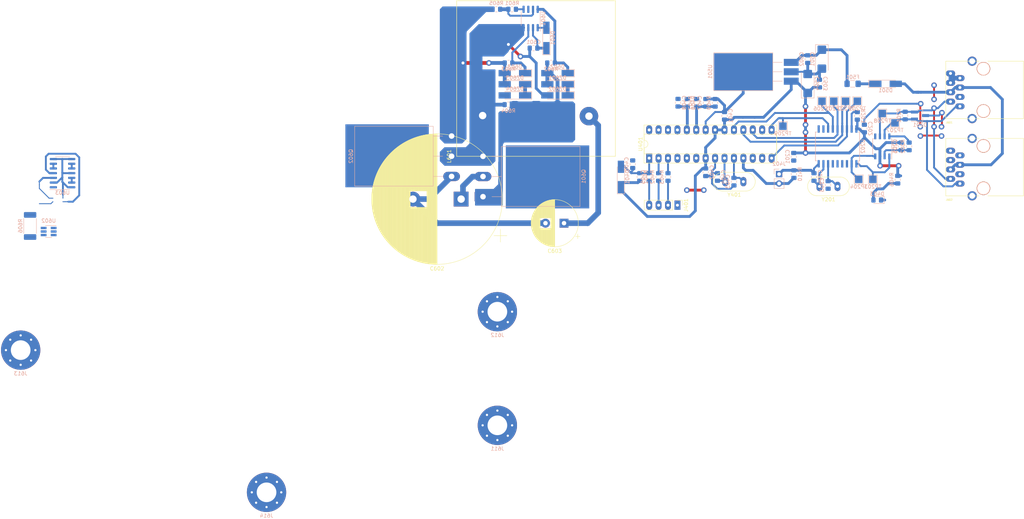
<source format=kicad_pcb>
(kicad_pcb (version 20171130) (host pcbnew "(5.1.2)-1")
  (layers (0 F.Cu jumper) (31 B.Cu signal) (34 B.Paste user) (35 F.Paste user) (36 B.SilkS user) (37 F.SilkS user hide) (38 B.Mask user) (39 F.Mask user) (44 Edge.Cuts user))
  (net 0 "")
  (net 1 GND)
  (net 2 +5V)
  (net 3 /MCU/RESET)
  (net 4 "Net-(C203-Pad1)")
  (net 5 "Net-(C204-Pad1)")
  (net 6 "Net-(C403-Pad1)")
  (net 7 "Net-(C404-Pad1)")
  (net 8 "Net-(C405-Pad2)")
  (net 9 "Net-(D501-Pad1)")
  (net 10 "/POWER SUPPLY/+18V_IN")
  (net 11 "/CANBUS CONN/CAN_L")
  (net 12 "/CANBUS CONN/CAN_H")
  (net 13 "Net-(R202-Pad1)")
  (net 14 "Net-(R203-Pad2)")
  (net 15 /MCU/USART_RX)
  (net 16 "Net-(J401-Pad3)")
  (net 17 "Net-(J401-Pad2)")
  (net 18 /MCU/USART_TX)
  (net 19 /MOSI)
  (net 20 /MISO)
  (net 21 /CANBUS/TXCAN)
  (net 22 /CANBUS/RXCAN)
  (net 23 /CANBUS/CS)
  (net 24 /SCK)
  (net 25 /CANBUS/INT)
  (net 26 "Net-(U201-Pad5)")
  (net 27 "Net-(U202-Pad3)")
  (net 28 "Net-(U202-Pad4)")
  (net 29 "Net-(U202-Pad5)")
  (net 30 "Net-(U202-Pad6)")
  (net 31 "Net-(U202-Pad11)")
  (net 32 "Net-(D403-Pad2)")
  (net 33 "Net-(U202-Pad10)")
  (net 34 "Net-(C501-Pad1)")
  (net 35 "Net-(C407-Pad2)")
  (net 36 "Net-(U401-Pad16)")
  (net 37 "Net-(J613-Pad1)")
  (net 38 "Net-(C603-Pad1)")
  (net 39 "Net-(C408-Pad1)")
  (net 40 "Net-(J402-Pad2)")
  (net 41 /MCU/INALLL)
  (net 42 "Net-(R406-Pad1)")
  (net 43 "Net-(D603-Pad2)")
  (net 44 "Net-(D603-Pad1)")
  (net 45 "Net-(D602-Pad1)")
  (net 46 "Net-(D602-Pad2)")
  (net 47 "Net-(R601-Pad1)")
  (net 48 "Net-(C601-Pad2)")
  (net 49 +BATT)
  (net 50 "Net-(C601-Pad1)")
  (net 51 /driver/LM324A)
  (net 52 "Net-(U603-Pad5)")
  (net 53 "Net-(U603-Pad10)")
  (net 54 "Net-(U603-Pad12)")
  (net 55 "Net-(U401-Pad4)")
  (net 56 "Net-(U401-Pad5)")
  (net 57 "Net-(U401-Pad6)")
  (net 58 "Net-(U401-Pad25)")
  (net 59 "Net-(U401-Pad26)")
  (net 60 "Net-(U401-Pad27)")
  (net 61 "Net-(U401-Pad28)")
  (net 62 "/CANBUS CONN/CAN_18V")
  (net 63 "Net-(DZ601-Pad1)")
  (net 64 "Net-(DZ603-Pad1)")
  (net 65 /MCU/PWM)
  (module KicadZeniteSolarLibrary18:TO-247-3_Horizontal_TabDown_SMD (layer B.Cu) (at 155.677386 66.726044 270)
    (fp_text reference Q602 (at 5.45 27.15 90) (layer B.SilkS) (effects (justify mirror)))
    (fp_text value IRFP260N)
    (pad "" smd rect (at 5.334 17.399 270) (size 17 22.5) (layers B.Cu B.Paste B.Mask))
    (pad 1 thru_hole rect (at 0 0 270) (size 2.5 4.5) (drill 1.5) (layers *.Cu *.Mask) (net 43 "Net-(D603-Pad2)"))
    (pad 2 thru_hole oval (at 5.45 0 270) (size 2.5 4.5) (drill 1.5) (layers *.Cu *.Mask) (net 48 "Net-(C601-Pad2)"))
    (pad 3 thru_hole oval (at 10.9 0 270) (size 2.5 4.5) (drill 1.5) (layers *.Cu *.Mask) (net 1 GND))
  )
  (module KicadZeniteSolarLibrary18:TO-247-3_Horizontal_TabDown_SMD (layer B.Cu) (at 164.15 83.1 90)
    (fp_text reference Q601 (at 5.45 27.15 90) (layer B.SilkS) (effects (justify mirror)))
    (fp_text value IRFP260N)
    (pad 3 thru_hole oval (at 10.9 0 90) (size 2.5 4.5) (drill 1.5) (layers *.Cu *.Mask) (net 48 "Net-(C601-Pad2)"))
    (pad 2 thru_hole oval (at 5.45 0 90) (size 2.5 4.5) (drill 1.5) (layers *.Cu *.Mask) (net 49 +BATT))
    (pad 1 thru_hole rect (at 0 0 90) (size 2.5 4.5) (drill 1.5) (layers *.Cu *.Mask) (net 46 "Net-(D602-Pad2)"))
    (pad "" smd rect (at 5.334 17.399 90) (size 17 22.5) (layers B.Cu B.Paste B.Mask))
  )
  (module Capacitor_THT:CP_Radial_D35.0mm_P10.00mm_SnapIn (layer F.Cu) (at 156.75 83.75 180)
    (fp_text reference C602 (at 5 -18.75) (layer F.SilkS))
    (fp_text value 4700uF)
    (pad 1 thru_hole rect (at -1.5 0 180) (size 4 4) (drill 2) (layers *.Cu *.Mask) (net 49 +BATT))
    (pad 2 thru_hole circle (at 11.5 0 180) (size 4 4) (drill 2) (layers *.Cu *.Mask) (net 1 GND))
  )
  (module Capacitor_SMD:C_0805_2012Metric_Pad1.15x1.40mm_HandSolder (layer B.Cu) (at 177.775 43 180)
    (fp_text reference C601 (at 0 1.65) (layer B.SilkS) (effects (justify mirror)))
    (fp_text value 100nF)
    (pad 2 smd roundrect (at 1.025 0 180) (size 1.15 1.4) (layers B.Cu B.Paste B.Mask) (roundrect_rratio 0.217391) (net 48 "Net-(C601-Pad2)"))
    (pad 1 smd roundrect (at -1.025 0 180) (size 1.15 1.4) (layers B.Cu B.Paste B.Mask) (roundrect_rratio 0.217391) (net 50 "Net-(C601-Pad1)"))
  )
  (module Capacitor_SMD:C_0805_2012Metric_Pad1.15x1.40mm_HandSolder (layer B.Cu) (at 216.75 57.725 90)
    (fp_text reference C408 (at 0 1.65 90) (layer B.SilkS) (effects (justify mirror)))
    (fp_text value 100nF)
    (pad 1 smd roundrect (at -1.025 0 90) (size 1.15 1.4) (layers B.Cu B.Paste B.Mask) (roundrect_rratio 0.217391) (net 39 "Net-(C408-Pad1)"))
    (pad 2 smd roundrect (at 1.025 0 90) (size 1.15 1.4) (layers B.Cu B.Paste B.Mask) (roundrect_rratio 0.217391) (net 1 GND))
  )
  (module Capacitor_THT:CP_Radial_D12.5mm_P5.00mm (layer F.Cu) (at 186 90.25 180)
    (fp_text reference C603 (at 2.5 -7.5 180) (layer F.SilkS))
    (fp_text value 47uF)
    (pad 1 thru_hole rect (at 0 0 180) (size 2.4 2.4) (drill 1.2) (layers *.Cu *.Mask) (net 38 "Net-(C603-Pad1)"))
    (pad 2 thru_hole circle (at 5 0 180) (size 2.4 2.4) (drill 1.2) (layers *.Cu *.Mask) (net 1 GND))
  )
  (module Connector_PinSocket_2.54mm:PinSocket_1x02_P2.54mm_Vertical (layer B.Cu) (at 244 77 180)
    (fp_text reference J402 (at 0 2.77) (layer B.SilkS) (effects (justify mirror)))
    (fp_text value DISABLE)
    (pad 1 thru_hole rect (at 0 0 180) (size 1.7 1.7) (drill 1) (layers *.Cu *.Mask) (net 1 GND))
    (pad 2 thru_hole oval (at 0 -2.54 180) (size 1.7 1.7) (drill 1) (layers *.Cu *.Mask) (net 40 "Net-(J402-Pad2)"))
  )
  (module Diode_SMD:D_MiniMELF_Handsoldering (layer B.Cu) (at 184.25 49.75 180)
    (fp_text reference D602 (at 0 1.75) (layer B.SilkS) (effects (justify mirror)))
    (fp_text value LL4148)
    (pad 1 smd rect (at -2.75 0 180) (size 3.3 1.7) (layers B.Cu B.Paste B.Mask) (net 45 "Net-(D602-Pad1)"))
    (pad 2 smd rect (at 2.75 0 180) (size 3.3 1.7) (layers B.Cu B.Paste B.Mask) (net 46 "Net-(D602-Pad2)"))
  )
  (module Diode_SMD:D_MiniMELF_Handsoldering (layer B.Cu) (at 181.25 40.25 90)
    (fp_text reference D601 (at 0 1.75 90) (layer B.SilkS) (effects (justify mirror)))
    (fp_text value LL4148)
    (pad 2 smd rect (at 2.75 0 90) (size 3.3 1.7) (layers B.Cu B.Paste B.Mask) (net 2 +5V))
    (pad 1 smd rect (at -2.75 0 90) (size 3.3 1.7) (layers B.Cu B.Paste B.Mask) (net 50 "Net-(C601-Pad1)"))
  )
  (module Diode_SMD:D_MiniMELF_Handsoldering (layer B.Cu) (at 172.75 49.75 180)
    (fp_text reference D603 (at 0 1.75) (layer B.SilkS) (effects (justify mirror)))
    (fp_text value LL4148)
    (pad 1 smd rect (at -2.75 0 180) (size 3.3 1.7) (layers B.Cu B.Paste B.Mask) (net 44 "Net-(D603-Pad1)"))
    (pad 2 smd rect (at 2.75 0 180) (size 3.3 1.7) (layers B.Cu B.Paste B.Mask) (net 43 "Net-(D603-Pad2)"))
  )
  (module Diode_SMD:D_MiniMELF_Handsoldering (layer B.Cu) (at 172.75 52.75 180)
    (fp_text reference DZ603 (at 0 1.75) (layer B.SilkS) (effects (justify mirror)))
    (fp_text value 15V)
    (pad 2 smd rect (at 2.75 0 180) (size 3.3 1.7) (layers B.Cu B.Paste B.Mask) (net 43 "Net-(D603-Pad2)"))
    (pad 1 smd rect (at -2.75 0 180) (size 3.3 1.7) (layers B.Cu B.Paste B.Mask) (net 64 "Net-(DZ603-Pad1)"))
  )
  (module Diode_SMD:D_MiniMELF_Handsoldering (layer B.Cu) (at 172.75 55.75 180)
    (fp_text reference DZ604 (at 0 1.75) (layer B.SilkS) (effects (justify mirror)))
    (fp_text value 15V)
    (pad 1 smd rect (at -2.75 0 180) (size 3.3 1.7) (layers B.Cu B.Paste B.Mask) (net 64 "Net-(DZ603-Pad1)"))
    (pad 2 smd rect (at 2.75 0 180) (size 3.3 1.7) (layers B.Cu B.Paste B.Mask) (net 1 GND))
  )
  (module Diode_SMD:D_MiniMELF_Handsoldering (layer B.Cu) (at 184.25 55.75 180)
    (fp_text reference DZ602 (at 0 1.75) (layer B.SilkS) (effects (justify mirror)))
    (fp_text value 15V)
    (pad 2 smd rect (at 2.75 0 180) (size 3.3 1.7) (layers B.Cu B.Paste B.Mask) (net 48 "Net-(C601-Pad2)"))
    (pad 1 smd rect (at -2.75 0 180) (size 3.3 1.7) (layers B.Cu B.Paste B.Mask) (net 63 "Net-(DZ601-Pad1)"))
  )
  (module Diode_SMD:D_MiniMELF_Handsoldering (layer B.Cu) (at 184.25 52.75 180)
    (fp_text reference DZ601 (at 0 1.75) (layer B.SilkS) (effects (justify mirror)))
    (fp_text value 15V)
    (pad 1 smd rect (at -2.75 0 180) (size 3.3 1.7) (layers B.Cu B.Paste B.Mask) (net 63 "Net-(DZ601-Pad1)"))
    (pad 2 smd rect (at 2.75 0 180) (size 3.3 1.7) (layers B.Cu B.Paste B.Mask) (net 46 "Net-(D602-Pad2)"))
  )
  (module MCCplaca:Inductor_Nocoupled (layer F.Cu) (at 157.05 72.2 90)
    (fp_text reference L601 (at 0 -2.032 90) (layer F.SilkS))
    (fp_text value 300uH)
    (pad 2 thru_hole circle (at 10.844 35.672 270) (size 5 5) (drill 2) (layers *.Cu *.Mask) (net 38 "Net-(C603-Pad1)"))
    (pad 1 thru_hole circle (at 11 7 90) (size 5 5) (drill 2) (layers *.Cu *.Mask) (net 48 "Net-(C601-Pad2)"))
  )
  (module MountingHole:MountingHole_5.3mm_M5_Pad_Via (layer B.Cu) (at 105.767001 162.9105)
    (fp_text reference J614 (at 0 6.3) (layer B.SilkS) (effects (justify mirror)))
    (fp_text value VBAT-)
    (pad 1 thru_hole circle (at 2.810749 2.810749) (size 0.9 0.9) (drill 0.6) (layers *.Cu *.Mask) (net 1 GND))
    (pad 1 thru_hole circle (at 0 3.975) (size 0.9 0.9) (drill 0.6) (layers *.Cu *.Mask) (net 1 GND))
    (pad 1 thru_hole circle (at -2.810749 2.810749) (size 0.9 0.9) (drill 0.6) (layers *.Cu *.Mask) (net 1 GND))
    (pad 1 thru_hole circle (at -3.975 0) (size 0.9 0.9) (drill 0.6) (layers *.Cu *.Mask) (net 1 GND))
    (pad 1 thru_hole circle (at -2.810749 -2.810749) (size 0.9 0.9) (drill 0.6) (layers *.Cu *.Mask) (net 1 GND))
    (pad 1 thru_hole circle (at 0 -3.975) (size 0.9 0.9) (drill 0.6) (layers *.Cu *.Mask) (net 1 GND))
    (pad 1 thru_hole circle (at 2.810749 -2.810749) (size 0.9 0.9) (drill 0.6) (layers *.Cu *.Mask) (net 1 GND))
    (pad 1 thru_hole circle (at 3.975 0) (size 0.9 0.9) (drill 0.6) (layers *.Cu *.Mask) (net 1 GND))
    (pad 1 thru_hole circle (at 0 0) (size 10.6 10.6) (drill 5.3) (layers *.Cu *.Mask) (net 1 GND))
  )
  (module MountingHole:MountingHole_5.3mm_M5_Pad_Via (layer B.Cu) (at 39.457001 124.5205)
    (fp_text reference J613 (at 0 6.3) (layer B.SilkS) (effects (justify mirror)))
    (fp_text value VBAT+)
    (pad 1 thru_hole circle (at 0 0) (size 10.6 10.6) (drill 5.3) (layers *.Cu *.Mask) (net 37 "Net-(J613-Pad1)"))
    (pad 1 thru_hole circle (at 3.975 0) (size 0.9 0.9) (drill 0.6) (layers *.Cu *.Mask) (net 37 "Net-(J613-Pad1)"))
    (pad 1 thru_hole circle (at 2.810749 -2.810749) (size 0.9 0.9) (drill 0.6) (layers *.Cu *.Mask) (net 37 "Net-(J613-Pad1)"))
    (pad 1 thru_hole circle (at 0 -3.975) (size 0.9 0.9) (drill 0.6) (layers *.Cu *.Mask) (net 37 "Net-(J613-Pad1)"))
    (pad 1 thru_hole circle (at -2.810749 -2.810749) (size 0.9 0.9) (drill 0.6) (layers *.Cu *.Mask) (net 37 "Net-(J613-Pad1)"))
    (pad 1 thru_hole circle (at -3.975 0) (size 0.9 0.9) (drill 0.6) (layers *.Cu *.Mask) (net 37 "Net-(J613-Pad1)"))
    (pad 1 thru_hole circle (at -2.810749 2.810749) (size 0.9 0.9) (drill 0.6) (layers *.Cu *.Mask) (net 37 "Net-(J613-Pad1)"))
    (pad 1 thru_hole circle (at 0 3.975) (size 0.9 0.9) (drill 0.6) (layers *.Cu *.Mask) (net 37 "Net-(J613-Pad1)"))
    (pad 1 thru_hole circle (at 2.810749 2.810749) (size 0.9 0.9) (drill 0.6) (layers *.Cu *.Mask) (net 37 "Net-(J613-Pad1)"))
  )
  (module MountingHole:MountingHole_5.3mm_M5_Pad_Via (layer B.Cu) (at 168.025 114.15)
    (fp_text reference J612 (at 0 6.3) (layer B.SilkS) (effects (justify mirror)))
    (fp_text value GND)
    (pad 1 thru_hole circle (at 2.810749 2.810749) (size 0.9 0.9) (drill 0.6) (layers *.Cu *.Mask) (net 1 GND))
    (pad 1 thru_hole circle (at 0 3.975) (size 0.9 0.9) (drill 0.6) (layers *.Cu *.Mask) (net 1 GND))
    (pad 1 thru_hole circle (at -2.810749 2.810749) (size 0.9 0.9) (drill 0.6) (layers *.Cu *.Mask) (net 1 GND))
    (pad 1 thru_hole circle (at -3.975 0) (size 0.9 0.9) (drill 0.6) (layers *.Cu *.Mask) (net 1 GND))
    (pad 1 thru_hole circle (at -2.810749 -2.810749) (size 0.9 0.9) (drill 0.6) (layers *.Cu *.Mask) (net 1 GND))
    (pad 1 thru_hole circle (at 0 -3.975) (size 0.9 0.9) (drill 0.6) (layers *.Cu *.Mask) (net 1 GND))
    (pad 1 thru_hole circle (at 2.810749 -2.810749) (size 0.9 0.9) (drill 0.6) (layers *.Cu *.Mask) (net 1 GND))
    (pad 1 thru_hole circle (at 3.975 0) (size 0.9 0.9) (drill 0.6) (layers *.Cu *.Mask) (net 1 GND))
    (pad 1 thru_hole circle (at 0 0) (size 10.6 10.6) (drill 5.3) (layers *.Cu *.Mask) (net 1 GND))
  )
  (module MountingHole:MountingHole_5.3mm_M5_Pad_Via (layer B.Cu) (at 168.025 144.825)
    (fp_text reference J611 (at 0 6.3) (layer B.SilkS) (effects (justify mirror)))
    (fp_text value +BATT)
    (pad 1 thru_hole circle (at 0 0) (size 10.6 10.6) (drill 5.3) (layers *.Cu *.Mask) (net 49 +BATT))
    (pad 1 thru_hole circle (at 3.975 0) (size 0.9 0.9) (drill 0.6) (layers *.Cu *.Mask) (net 49 +BATT))
    (pad 1 thru_hole circle (at 2.810749 -2.810749) (size 0.9 0.9) (drill 0.6) (layers *.Cu *.Mask) (net 49 +BATT))
    (pad 1 thru_hole circle (at 0 -3.975) (size 0.9 0.9) (drill 0.6) (layers *.Cu *.Mask) (net 49 +BATT))
    (pad 1 thru_hole circle (at -2.810749 -2.810749) (size 0.9 0.9) (drill 0.6) (layers *.Cu *.Mask) (net 49 +BATT))
    (pad 1 thru_hole circle (at -3.975 0) (size 0.9 0.9) (drill 0.6) (layers *.Cu *.Mask) (net 49 +BATT))
    (pad 1 thru_hole circle (at -2.810749 2.810749) (size 0.9 0.9) (drill 0.6) (layers *.Cu *.Mask) (net 49 +BATT))
    (pad 1 thru_hole circle (at 0 3.975) (size 0.9 0.9) (drill 0.6) (layers *.Cu *.Mask) (net 49 +BATT))
    (pad 1 thru_hole circle (at 2.810749 2.810749) (size 0.9 0.9) (drill 0.6) (layers *.Cu *.Mask) (net 49 +BATT))
  )
  (module Package_SO:SOIC-14_3.9x8.7mm_P1.27mm (layer B.Cu) (at 50.75 76.75)
    (fp_text reference U603 (at 0 5.28) (layer B.SilkS) (effects (justify mirror)))
    (fp_text value LM324)
    (pad 1 smd roundrect (at -2.475 3.81) (size 1.95 0.6) (layers B.Cu B.Paste B.Mask) (net 51 /driver/LM324A))
    (pad 2 smd roundrect (at -2.475 2.54) (size 1.95 0.6) (layers B.Cu B.Paste B.Mask) (net 1 GND))
    (pad 3 smd roundrect (at -2.475 1.27) (size 1.95 0.6) (layers B.Cu B.Paste B.Mask) (net 37 "Net-(J613-Pad1)"))
    (pad 4 smd roundrect (at -2.475 0) (size 1.95 0.6) (layers B.Cu B.Paste B.Mask) (net 2 +5V))
    (pad 5 smd roundrect (at -2.475 -1.27) (size 1.95 0.6) (layers B.Cu B.Paste B.Mask) (net 52 "Net-(U603-Pad5)"))
    (pad 6 smd roundrect (at -2.475 -2.54) (size 1.95 0.6) (layers B.Cu B.Paste B.Mask) (net 52 "Net-(U603-Pad5)"))
    (pad 7 smd roundrect (at -2.475 -3.81) (size 1.95 0.6) (layers B.Cu B.Paste B.Mask) (net 1 GND))
    (pad 8 smd roundrect (at 2.475 -3.81) (size 1.95 0.6) (layers B.Cu B.Paste B.Mask) (net 1 GND))
    (pad 9 smd roundrect (at 2.475 -2.54) (size 1.95 0.6) (layers B.Cu B.Paste B.Mask) (net 53 "Net-(U603-Pad10)"))
    (pad 10 smd roundrect (at 2.475 -1.27) (size 1.95 0.6) (layers B.Cu B.Paste B.Mask) (net 53 "Net-(U603-Pad10)"))
    (pad 11 smd roundrect (at 2.475 0) (size 1.95 0.6) (layers B.Cu B.Paste B.Mask) (net 1 GND))
    (pad 12 smd roundrect (at 2.475 1.27) (size 1.95 0.6) (layers B.Cu B.Paste B.Mask) (net 54 "Net-(U603-Pad12)"))
    (pad 13 smd roundrect (at 2.475 2.54) (size 1.95 0.6) (layers B.Cu B.Paste B.Mask) (net 54 "Net-(U603-Pad12)"))
    (pad 14 smd roundrect (at 2.475 3.81) (size 1.95 0.6) (layers B.Cu B.Paste B.Mask) (net 1 GND))
  )
  (module Package_SO:SOIC-8_3.9x4.9mm_P1.27mm (layer B.Cu) (at 177 35 90)
    (fp_text reference U601 (at 0 3.4 90) (layer B.SilkS) (effects (justify mirror)))
    (fp_text value LM5104MNOPB)
    (pad 1 smd roundrect (at -2.475 1.905 90) (size 1.95 0.6) (layers B.Cu B.Paste B.Mask) (net 2 +5V))
    (pad 2 smd roundrect (at -2.475 0.635 90) (size 1.95 0.6) (layers B.Cu B.Paste B.Mask) (net 50 "Net-(C601-Pad1)"))
    (pad 3 smd roundrect (at -2.475 -0.635 90) (size 1.95 0.6) (layers B.Cu B.Paste B.Mask) (net 44 "Net-(D603-Pad1)"))
    (pad 4 smd roundrect (at -2.475 -1.905 90) (size 1.95 0.6) (layers B.Cu B.Paste B.Mask) (net 48 "Net-(C601-Pad2)"))
    (pad 5 smd roundrect (at 2.475 -1.905 90) (size 1.95 0.6) (layers B.Cu B.Paste B.Mask) (net 47 "Net-(R601-Pad1)"))
    (pad 6 smd roundrect (at 2.475 -0.635 90) (size 1.95 0.6) (layers B.Cu B.Paste B.Mask) (net 65 /MCU/PWM))
    (pad 7 smd roundrect (at 2.475 0.635 90) (size 1.95 0.6) (layers B.Cu B.Paste B.Mask) (net 1 GND))
    (pad 8 smd roundrect (at 2.475 1.905 90) (size 1.95 0.6) (layers B.Cu B.Paste B.Mask) (net 45 "Net-(D602-Pad1)"))
  )
  (module Package_TO_SOT_SMD:SOT-23-6_Handsoldering (layer B.Cu) (at 47 92.5 180)
    (fp_text reference U602 (at 0 2.9) (layer B.SilkS) (effects (justify mirror)))
    (fp_text value INA211_DCK_6)
    (pad 1 smd rect (at -1.35 0.95 180) (size 1.56 0.65) (layers B.Cu B.Paste B.Mask) (net 1 GND))
    (pad 2 smd rect (at -1.35 0 180) (size 1.56 0.65) (layers B.Cu B.Paste B.Mask) (net 1 GND))
    (pad 3 smd rect (at -1.35 -0.95 180) (size 1.56 0.65) (layers B.Cu B.Paste B.Mask) (net 2 +5V))
    (pad 4 smd rect (at 1.35 -0.95 180) (size 1.56 0.65) (layers B.Cu B.Paste B.Mask) (net 38 "Net-(C603-Pad1)"))
    (pad 6 smd rect (at 1.35 0.95 180) (size 1.56 0.65) (layers B.Cu B.Paste B.Mask) (net 41 /MCU/INALLL))
    (pad 5 smd rect (at 1.35 0 180) (size 1.56 0.65) (layers B.Cu B.Paste B.Mask) (net 37 "Net-(J613-Pad1)"))
  )
  (module Resistor_SMD:R_0805_2012Metric_Pad1.15x1.40mm_HandSolder (layer B.Cu) (at 171 58.25)
    (fp_text reference R604 (at 0 1.65) (layer B.SilkS) (effects (justify mirror)))
    (fp_text value 10k)
    (pad 1 smd roundrect (at -1.025 0) (size 1.15 1.4) (layers B.Cu B.Paste B.Mask) (roundrect_rratio 0.217391) (net 48 "Net-(C601-Pad2)"))
    (pad 2 smd roundrect (at 1.025 0) (size 1.15 1.4) (layers B.Cu B.Paste B.Mask) (roundrect_rratio 0.217391) (net 46 "Net-(D602-Pad2)"))
  )
  (module Resistor_SMD:R_0805_2012Metric_Pad1.15x1.40mm_HandSolder (layer B.Cu) (at 167.75 32.5 180)
    (fp_text reference R605 (at 0 1.65) (layer B.SilkS) (effects (justify mirror)))
    (fp_text value 10k)
    (pad 2 smd roundrect (at 1.025 0 180) (size 1.15 1.4) (layers B.Cu B.Paste B.Mask) (roundrect_rratio 0.217391) (net 43 "Net-(D603-Pad2)"))
    (pad 1 smd roundrect (at -1.025 0 180) (size 1.15 1.4) (layers B.Cu B.Paste B.Mask) (roundrect_rratio 0.217391) (net 1 GND))
  )
  (module Resistor_SMD:R_0805_2012Metric_Pad1.15x1.40mm_HandSolder (layer B.Cu) (at 172 32.5 180)
    (fp_text reference R601 (at 0 1.65) (layer B.SilkS) (effects (justify mirror)))
    (fp_text value 100k)
    (pad 1 smd roundrect (at -1.025 0 180) (size 1.15 1.4) (layers B.Cu B.Paste B.Mask) (roundrect_rratio 0.217391) (net 47 "Net-(R601-Pad1)"))
    (pad 2 smd roundrect (at 1.025 0 180) (size 1.15 1.4) (layers B.Cu B.Paste B.Mask) (roundrect_rratio 0.217391) (net 1 GND))
  )
  (module Resistor_SMD:R_0805_2012Metric_Pad1.15x1.40mm_HandSolder (layer B.Cu) (at 182.5 47)
    (fp_text reference R602 (at 0 1.65) (layer B.SilkS) (effects (justify mirror)))
    (fp_text value 1R)
    (pad 2 smd roundrect (at 1.025 0) (size 1.15 1.4) (layers B.Cu B.Paste B.Mask) (roundrect_rratio 0.217391) (net 45 "Net-(D602-Pad1)"))
    (pad 1 smd roundrect (at -1.025 0) (size 1.15 1.4) (layers B.Cu B.Paste B.Mask) (roundrect_rratio 0.217391) (net 46 "Net-(D602-Pad2)"))
  )
  (module Resistor_SMD:R_0805_2012Metric_Pad1.15x1.40mm_HandSolder (layer B.Cu) (at 171.025 47)
    (fp_text reference R603 (at 0 1.65) (layer B.SilkS) (effects (justify mirror)))
    (fp_text value 1R)
    (pad 1 smd roundrect (at -1.025 0) (size 1.15 1.4) (layers B.Cu B.Paste B.Mask) (roundrect_rratio 0.217391) (net 43 "Net-(D603-Pad2)"))
    (pad 2 smd roundrect (at 1.025 0) (size 1.15 1.4) (layers B.Cu B.Paste B.Mask) (roundrect_rratio 0.217391) (net 44 "Net-(D603-Pad1)"))
  )
  (module Resistor_SMD:R_0805_2012Metric_Pad1.15x1.40mm_HandSolder (layer B.Cu) (at 221.75 57.75 270)
    (fp_text reference R407 (at 0 1.65 90) (layer B.SilkS) (effects (justify mirror)))
    (fp_text value 1k5)
    (pad 2 smd roundrect (at 1.025 0 270) (size 1.15 1.4) (layers B.Cu B.Paste B.Mask) (roundrect_rratio 0.217391) (net 35 "Net-(C407-Pad2)"))
    (pad 1 smd roundrect (at -1.025 0 270) (size 1.15 1.4) (layers B.Cu B.Paste B.Mask) (roundrect_rratio 0.217391) (net 41 /MCU/INALLL))
  )
  (module Resistor_SMD:R_0805_2012Metric_Pad1.15x1.40mm_HandSolder (layer B.Cu) (at 248 77 90)
    (fp_text reference R410 (at 0 1.65 90) (layer B.SilkS) (effects (justify mirror)))
    (fp_text value 10k)
    (pad 1 smd roundrect (at -1.025 0 90) (size 1.15 1.4) (layers B.Cu B.Paste B.Mask) (roundrect_rratio 0.217391) (net 40 "Net-(J402-Pad2)"))
    (pad 2 smd roundrect (at 1.025 0 90) (size 1.15 1.4) (layers B.Cu B.Paste B.Mask) (roundrect_rratio 0.217391) (net 1 GND))
  )
  (module Resistor_SMD:R_0805_2012Metric_Pad1.15x1.40mm_HandSolder (layer B.Cu) (at 226.75 57.75 270)
    (fp_text reference R409 (at 0 1.65 90) (layer B.SilkS) (effects (justify mirror)))
    (fp_text value 6k8)
    (pad 2 smd roundrect (at 1.025 0 270) (size 1.15 1.4) (layers B.Cu B.Paste B.Mask) (roundrect_rratio 0.217391) (net 35 "Net-(C407-Pad2)"))
    (pad 1 smd roundrect (at -1.025 0 270) (size 1.15 1.4) (layers B.Cu B.Paste B.Mask) (roundrect_rratio 0.217391) (net 1 GND))
  )
  (module Resistor_SMD:R_0805_2012Metric_Pad1.15x1.40mm_HandSolder (layer B.Cu) (at 219.25 57.75 90)
    (fp_text reference R408 (at 0 1.65 90) (layer B.SilkS) (effects (justify mirror)))
    (fp_text value 1k5)
    (pad 1 smd roundrect (at -1.025 0 90) (size 1.15 1.4) (layers B.Cu B.Paste B.Mask) (roundrect_rratio 0.217391) (net 39 "Net-(C408-Pad1)"))
    (pad 2 smd roundrect (at 1.025 0 90) (size 1.15 1.4) (layers B.Cu B.Paste B.Mask) (roundrect_rratio 0.217391) (net 51 /driver/LM324A))
  )
  (module Resistor_SMD:R_2512_6332Metric_Pad1.52x3.35mm_HandSolder (layer B.Cu) (at 42 91 270)
    (fp_text reference R606 (at 0 2.62 90) (layer B.SilkS) (effects (justify mirror)))
    (fp_text value 1,5mR)
    (pad 1 smd roundrect (at -2.9875 0 270) (size 1.525 3.35) (layers B.Cu B.Paste B.Mask) (roundrect_rratio 0.163934) (net 37 "Net-(J613-Pad1)"))
    (pad 2 smd roundrect (at 2.9875 0 270) (size 1.525 3.35) (layers B.Cu B.Paste B.Mask) (roundrect_rratio 0.163934) (net 38 "Net-(C603-Pad1)"))
  )
  (module LED_SMD:LED_0805_2012Metric_Pad1.15x1.40mm_HandSolder (layer B.Cu) (at 270.475 84 180)
    (fp_text reference D403 (at 0 1.65 180) (layer B.SilkS) (effects (justify mirror)))
    (fp_text value LED_RED)
    (pad 1 smd roundrect (at -1.025 0 180) (size 1.15 1.4) (layers B.Cu B.Paste B.Mask) (roundrect_rratio 0.217391) (net 1 GND))
    (pad 2 smd roundrect (at 1.025 0 180) (size 1.15 1.4) (layers B.Cu B.Paste B.Mask) (roundrect_rratio 0.217391) (net 32 "Net-(D403-Pad2)"))
  )
  (module Package_DIP:DIP-28_W7.62mm_Socket (layer F.Cu) (at 208.966 72.696 90)
    (fp_text reference U401 (at 3.81 -2.33 90) (layer F.SilkS))
    (fp_text value ATMEGA328P-PU)
    (pad 1 thru_hole rect (at 0 0 90) (size 2.5 1.6) (drill 0.8) (layers *.Cu *.Mask) (net 3 /MCU/RESET))
    (pad 15 thru_hole oval (at 7.62 33.02 90) (size 2.5 1.6) (drill 0.8) (layers *.Cu *.Mask) (net 25 /CANBUS/INT))
    (pad 2 thru_hole oval (at 0 2.54 90) (size 2.5 1.6) (drill 0.8) (layers *.Cu *.Mask) (net 15 /MCU/USART_RX))
    (pad 16 thru_hole oval (at 7.62 30.48 90) (size 2.5 1.6) (drill 0.8) (layers *.Cu *.Mask) (net 36 "Net-(U401-Pad16)"))
    (pad 3 thru_hole oval (at 0 5.08 90) (size 2.5 1.6) (drill 0.8) (layers *.Cu *.Mask) (net 18 /MCU/USART_TX))
    (pad 17 thru_hole oval (at 7.62 27.94 90) (size 2.5 1.6) (drill 0.8) (layers *.Cu *.Mask) (net 19 /MOSI))
    (pad 4 thru_hole oval (at 0 7.62 90) (size 2.5 1.6) (drill 0.8) (layers *.Cu *.Mask) (net 55 "Net-(U401-Pad4)"))
    (pad 18 thru_hole oval (at 7.62 25.4 90) (size 2.5 1.6) (drill 0.8) (layers *.Cu *.Mask) (net 20 /MISO))
    (pad 5 thru_hole oval (at 0 10.16 90) (size 2.5 1.6) (drill 0.8) (layers *.Cu *.Mask) (net 56 "Net-(U401-Pad5)"))
    (pad 19 thru_hole oval (at 7.62 22.86 90) (size 2.5 1.6) (drill 0.8) (layers *.Cu *.Mask) (net 24 /SCK))
    (pad 6 thru_hole oval (at 0 12.7 90) (size 2.5 1.6) (drill 0.8) (layers *.Cu *.Mask) (net 57 "Net-(U401-Pad6)"))
    (pad 20 thru_hole oval (at 7.62 20.32 90) (size 2.5 1.6) (drill 0.8) (layers *.Cu *.Mask) (net 2 +5V))
    (pad 7 thru_hole oval (at 0 15.24 90) (size 2.5 1.6) (drill 0.8) (layers *.Cu *.Mask) (net 2 +5V))
    (pad 21 thru_hole oval (at 7.62 17.78 90) (size 2.5 1.6) (drill 0.8) (layers *.Cu *.Mask) (net 2 +5V))
    (pad 8 thru_hole oval (at 0 17.78 90) (size 2.5 1.6) (drill 0.8) (layers *.Cu *.Mask) (net 1 GND))
    (pad 22 thru_hole oval (at 7.62 15.24 90) (size 2.5 1.6) (drill 0.8) (layers *.Cu *.Mask) (net 1 GND))
    (pad 9 thru_hole oval (at 0 20.32 90) (size 2.5 1.6) (drill 0.8) (layers *.Cu *.Mask) (net 7 "Net-(C404-Pad1)"))
    (pad 23 thru_hole oval (at 7.62 12.7 90) (size 2.5 1.6) (drill 0.8) (layers *.Cu *.Mask) (net 35 "Net-(C407-Pad2)"))
    (pad 10 thru_hole oval (at 0 22.86 90) (size 2.5 1.6) (drill 0.8) (layers *.Cu *.Mask) (net 6 "Net-(C403-Pad1)"))
    (pad 24 thru_hole oval (at 7.62 10.16 90) (size 2.5 1.6) (drill 0.8) (layers *.Cu *.Mask) (net 39 "Net-(C408-Pad1)"))
    (pad 11 thru_hole oval (at 0 25.4 90) (size 2.5 1.6) (drill 0.8) (layers *.Cu *.Mask) (net 40 "Net-(J402-Pad2)"))
    (pad 25 thru_hole oval (at 7.62 7.62 90) (size 2.5 1.6) (drill 0.8) (layers *.Cu *.Mask) (net 58 "Net-(U401-Pad25)"))
    (pad 12 thru_hole oval (at 0 27.94 90) (size 2.5 1.6) (drill 0.8) (layers *.Cu *.Mask) (net 65 /MCU/PWM))
    (pad 26 thru_hole oval (at 7.62 5.08 90) (size 2.5 1.6) (drill 0.8) (layers *.Cu *.Mask) (net 59 "Net-(U401-Pad26)"))
    (pad 13 thru_hole oval (at 0 30.48 90) (size 2.5 1.6) (drill 0.8) (layers *.Cu *.Mask) (net 42 "Net-(R406-Pad1)"))
    (pad 27 thru_hole oval (at 7.62 2.54 90) (size 2.5 1.6) (drill 0.8) (layers *.Cu *.Mask) (net 60 "Net-(U401-Pad27)"))
    (pad 14 thru_hole oval (at 0 33.02 90) (size 2.5 1.6) (drill 0.8) (layers *.Cu *.Mask) (net 23 /CANBUS/CS))
    (pad 28 thru_hole oval (at 7.62 0 90) (size 2.5 1.6) (drill 0.8) (layers *.Cu *.Mask) (net 61 "Net-(U401-Pad28)"))
  )
  (module Capacitor_SMD:C_0805_2012Metric_Pad1.15x1.40mm_HandSolder (layer B.Cu) (at 224.25 57.75 270)
    (fp_text reference C407 (at 0 1.65 270) (layer B.SilkS) (effects (justify mirror)))
    (fp_text value 100n)
    (pad 1 smd roundrect (at -1.025 0 270) (size 1.15 1.4) (layers B.Cu B.Paste B.Mask) (roundrect_rratio 0.217391) (net 1 GND))
    (pad 2 smd roundrect (at 1.025 0 270) (size 1.15 1.4) (layers B.Cu B.Paste B.Mask) (roundrect_rratio 0.217391) (net 35 "Net-(C407-Pad2)"))
  )
  (module Resistor_SMD:R_0805_2012Metric_Pad1.15x1.40mm_HandSolder (layer B.Cu) (at 276 78.5 270)
    (fp_text reference R406 (at 0 1.65 270) (layer B.SilkS) (effects (justify mirror)))
    (fp_text value 330)
    (pad 1 smd roundrect (at -1.025 0 270) (size 1.15 1.4) (layers B.Cu B.Paste B.Mask) (roundrect_rratio 0.217391) (net 42 "Net-(R406-Pad1)"))
    (pad 2 smd roundrect (at 1.025 0 270) (size 1.15 1.4) (layers B.Cu B.Paste B.Mask) (roundrect_rratio 0.217391) (net 32 "Net-(D403-Pad2)"))
  )
  (module Capacitor_Tantalum_SMD:CP_EIA-6032-20_AVX-F_Pad2.25x2.35mm_HandSolder (layer B.Cu) (at 255.535 45.985 270)
    (fp_text reference C501 (at 0 2.55 270) (layer B.SilkS) (effects (justify mirror)))
    (fp_text value 1uF)
    (pad 1 smd roundrect (at -2.55 0 270) (size 2.25 2.35) (layers B.Cu B.Paste B.Mask) (roundrect_rratio 0.111111) (net 34 "Net-(C501-Pad1)"))
    (pad 2 smd roundrect (at 2.55 0 270) (size 2.25 2.35) (layers B.Cu B.Paste B.Mask) (roundrect_rratio 0.111111) (net 1 GND))
  )
  (module Capacitor_Tantalum_SMD:CP_EIA-6032-20_AVX-F_Pad2.25x2.35mm_HandSolder (layer B.Cu) (at 251.725 52.53 90)
    (fp_text reference C504 (at 0 2.55 90) (layer B.SilkS) (effects (justify mirror)))
    (fp_text value 1uF)
    (pad 2 smd roundrect (at 2.55 0 90) (size 2.25 2.35) (layers B.Cu B.Paste B.Mask) (roundrect_rratio 0.111111) (net 1 GND))
    (pad 1 smd roundrect (at -2.55 0 90) (size 2.25 2.35) (layers B.Cu B.Paste B.Mask) (roundrect_rratio 0.111111) (net 2 +5V))
  )
  (module KicadZeniteSolarLibrary18:TO-220-3_Horizontal_TabDown_SMD (layer B.Cu) (at 246.01 46.84 270)
    (fp_text reference U501 (at 2.54 20.58 270) (layer B.SilkS) (effects (justify mirror)))
    (fp_text value LM7805)
    (pad 3 smd rect (at 5.08 -1.27 270) (size 1.905 4) (layers B.Cu B.Paste B.Mask) (net 2 +5V))
    (pad 2 smd rect (at 2.54 -1.27 270) (size 1.905 4) (layers B.Cu B.Paste B.Mask) (net 1 GND))
    (pad 1 smd rect (at 0 -1.27 270) (size 1.905 4) (layers B.Cu B.Paste B.Mask) (net 34 "Net-(C501-Pad1)"))
    (pad 2 smd rect (at 2.54 11.684 270) (size 10 16) (layers B.Cu B.Paste B.Mask) (net 1 GND))
  )
  (module Package_TO_SOT_SMD:SOT-23_Handsoldering (layer B.Cu) (at 282 61.2)
    (fp_text reference D201 (at 0 2.5) (layer B.SilkS) (effects (justify mirror)))
    (fp_text value pesd1can)
    (pad 3 smd rect (at 1.5 0) (size 1.9 0.8) (layers B.Cu B.Paste B.Mask) (net 1 GND))
    (pad 2 smd rect (at -1.5 -0.95) (size 1.9 0.8) (layers B.Cu B.Paste B.Mask) (net 11 "/CANBUS CONN/CAN_L"))
    (pad 1 smd rect (at -1.5 0.95) (size 1.9 0.8) (layers B.Cu B.Paste B.Mask) (net 12 "/CANBUS CONN/CAN_H"))
  )
  (module Fuse:Fuse_1206_3216Metric_Pad1.42x1.75mm_HandSolder (layer B.Cu) (at 263.83 52.63 180)
    (fp_text reference F501 (at 0 1.82 180) (layer B.SilkS) (effects (justify mirror)))
    (fp_text value 500mA)
    (pad 1 smd roundrect (at -1.4875 0 180) (size 1.425 1.75) (layers B.Cu B.Paste B.Mask) (roundrect_rratio 0.175439) (net 10 "/POWER SUPPLY/+18V_IN"))
    (pad 2 smd roundrect (at 1.4875 0 180) (size 1.425 1.75) (layers B.Cu B.Paste B.Mask) (roundrect_rratio 0.175439) (net 62 "/CANBUS CONN/CAN_18V"))
  )
  (module KicadZeniteSolarLibrary18:RJ45_YH59_01 (layer F.Cu) (at 292.778 58.716 90)
    (fp_text reference J601 (at -4.364296 -2.909696) (layer F.SilkS) (effects (font (size 0.5 0.5) (thickness 0.1))))
    (fp_text value RJ45)
    (pad "" np_thru_hole circle (at 10.165 6.346 90) (size 3.65 3.65) (drill 3.2) (layers *.Cu *.SilkS *.Mask))
    (pad "" np_thru_hole circle (at -1.265 6.346 90) (size 3.65 3.65) (drill 3.2) (layers *.Cu *.SilkS *.Mask))
    (pad 1 thru_hole oval (at 0.005 -0.004 90) (size 1.6 2.5) (drill 0.8) (layers *.Cu *.Mask) (net 12 "/CANBUS CONN/CAN_H"))
    (pad 2 thru_hole oval (at 1.275 -2.544 90) (size 1.6 2.5) (drill 0.8) (layers *.Cu *.Mask) (net 11 "/CANBUS CONN/CAN_L"))
    (pad 3 thru_hole oval (at 2.545 -0.004 90) (size 1.6 2.5) (drill 0.8) (layers *.Cu *.Mask) (net 1 GND))
    (pad 4 thru_hole oval (at 3.815 -2.544 90) (size 1.6 2.5) (drill 0.8) (layers *.Cu *.Mask) (net 62 "/CANBUS CONN/CAN_18V"))
    (pad 5 thru_hole oval (at 5.085 -0.004 90) (size 1.6 2.5) (drill 0.8) (layers *.Cu *.Mask) (net 62 "/CANBUS CONN/CAN_18V"))
    (pad 6 thru_hole oval (at 6.355 -2.544 90) (size 1.6 2.5) (drill 0.8) (layers *.Cu *.Mask) (net 1 GND))
    (pad 7 thru_hole oval (at 7.625 -0.004 90) (size 1.6 2.5) (drill 0.8) (layers *.Cu *.Mask) (net 1 GND))
    (pad 8 thru_hole oval (at 8.895 -2.544 90) (size 1.6 2.5) (drill 0.8) (layers *.Cu *.Mask) (net 1 GND))
    (pad 9 thru_hole circle (at -3.3 3.296 90) (size 2.5 2.5) (drill 1.6) (layers *.Cu *.Mask))
    (pad 9 thru_hole circle (at 12.2 3.296 90) (size 2.5 2.5) (drill 1.6) (layers *.Cu *.Mask))
  )
  (module KicadZeniteSolarLibrary18:RJ45_YH59_01 (layer F.Cu) (at 292.782 79.571 90)
    (fp_text reference J602 (at -4.364296 -2.909696) (layer F.SilkS) (effects (font (size 0.5 0.5) (thickness 0.1))))
    (fp_text value RJ45)
    (pad "" np_thru_hole circle (at 10.165 6.346 90) (size 3.65 3.65) (drill 3.2) (layers *.Cu *.SilkS *.Mask))
    (pad "" np_thru_hole circle (at -1.265 6.346 90) (size 3.65 3.65) (drill 3.2) (layers *.Cu *.SilkS *.Mask))
    (pad 1 thru_hole oval (at 0.005 -0.004 90) (size 1.6 2.5) (drill 0.8) (layers *.Cu *.Mask) (net 12 "/CANBUS CONN/CAN_H"))
    (pad 2 thru_hole oval (at 1.275 -2.544 90) (size 1.6 2.5) (drill 0.8) (layers *.Cu *.Mask) (net 11 "/CANBUS CONN/CAN_L"))
    (pad 3 thru_hole oval (at 2.545 -0.004 90) (size 1.6 2.5) (drill 0.8) (layers *.Cu *.Mask) (net 1 GND))
    (pad 4 thru_hole oval (at 3.815 -2.544 90) (size 1.6 2.5) (drill 0.8) (layers *.Cu *.Mask) (net 62 "/CANBUS CONN/CAN_18V"))
    (pad 5 thru_hole oval (at 5.085 -0.004 90) (size 1.6 2.5) (drill 0.8) (layers *.Cu *.Mask) (net 62 "/CANBUS CONN/CAN_18V"))
    (pad 6 thru_hole oval (at 6.355 -2.544 90) (size 1.6 2.5) (drill 0.8) (layers *.Cu *.Mask) (net 1 GND))
    (pad 7 thru_hole oval (at 7.625 -0.004 90) (size 1.6 2.5) (drill 0.8) (layers *.Cu *.Mask) (net 1 GND))
    (pad 8 thru_hole oval (at 8.895 -2.544 90) (size 1.6 2.5) (drill 0.8) (layers *.Cu *.Mask) (net 1 GND))
    (pad 9 thru_hole circle (at -3.3 3.296 90) (size 2.5 2.5) (drill 1.6) (layers *.Cu *.Mask))
    (pad 9 thru_hole circle (at 12.2 3.296 90) (size 2.5 2.5) (drill 1.6) (layers *.Cu *.Mask))
  )
  (module Capacitor_SMD:C_0805_2012Metric_Pad1.15x1.40mm_HandSolder (layer B.Cu) (at 247.955 72.315 270)
    (fp_text reference C201 (at 0 1.65 270) (layer B.SilkS) (effects (justify mirror)))
    (fp_text value 100nF)
    (pad 1 smd roundrect (at -1.025 0 270) (size 1.15 1.4) (layers B.Cu B.Paste B.Mask) (roundrect_rratio 0.217391) (net 2 +5V))
    (pad 2 smd roundrect (at 1.025 0 270) (size 1.15 1.4) (layers B.Cu B.Paste B.Mask) (roundrect_rratio 0.217391) (net 1 GND))
  )
  (module Capacitor_SMD:C_0805_2012Metric_Pad1.15x1.40mm_HandSolder (layer B.Cu) (at 267.005 64.695 90)
    (fp_text reference C202 (at 0 1.65 90) (layer B.SilkS) (effects (justify mirror)))
    (fp_text value 100nF)
    (pad 1 smd roundrect (at -1.025 0 90) (size 1.15 1.4) (layers B.Cu B.Paste B.Mask) (roundrect_rratio 0.217391) (net 2 +5V))
    (pad 2 smd roundrect (at 1.025 0 90) (size 1.15 1.4) (layers B.Cu B.Paste B.Mask) (roundrect_rratio 0.217391) (net 1 GND))
  )
  (module Capacitor_SMD:C_0805_2012Metric_Pad1.15x1.40mm_HandSolder (layer B.Cu) (at 257.226 79.926 270)
    (fp_text reference C203 (at 0 1.65 270) (layer B.SilkS) (effects (justify mirror)))
    (fp_text value 22pF)
    (pad 1 smd roundrect (at -1.025 0 270) (size 1.15 1.4) (layers B.Cu B.Paste B.Mask) (roundrect_rratio 0.217391) (net 4 "Net-(C203-Pad1)"))
    (pad 2 smd roundrect (at 1.025 0 270) (size 1.15 1.4) (layers B.Cu B.Paste B.Mask) (roundrect_rratio 0.217391) (net 1 GND))
  )
  (module Capacitor_SMD:C_0805_2012Metric_Pad1.15x1.40mm_HandSolder (layer B.Cu) (at 253.416 77.776 90)
    (fp_text reference C204 (at 0 1.65 90) (layer B.SilkS) (effects (justify mirror)))
    (fp_text value 22pF)
    (pad 1 smd roundrect (at -1.025 0 90) (size 1.15 1.4) (layers B.Cu B.Paste B.Mask) (roundrect_rratio 0.217391) (net 5 "Net-(C204-Pad1)"))
    (pad 2 smd roundrect (at 1.025 0 90) (size 1.15 1.4) (layers B.Cu B.Paste B.Mask) (roundrect_rratio 0.217391) (net 1 GND))
  )
  (module Capacitor_SMD:C_0805_2012Metric_Pad1.15x1.40mm_HandSolder (layer B.Cu) (at 276.911 69.521 270)
    (fp_text reference C205 (at 0 1.65 270) (layer B.SilkS) (effects (justify mirror)))
    (fp_text value 100nF)
    (pad 1 smd roundrect (at -1.025 0 270) (size 1.15 1.4) (layers B.Cu B.Paste B.Mask) (roundrect_rratio 0.217391) (net 2 +5V))
    (pad 2 smd roundrect (at 1.025 0 270) (size 1.15 1.4) (layers B.Cu B.Paste B.Mask) (roundrect_rratio 0.217391) (net 1 GND))
  )
  (module Capacitor_SMD:C_0805_2012Metric_Pad1.15x1.40mm_HandSolder (layer B.Cu) (at 229.286 61.266 90)
    (fp_text reference C401 (at 0 1.65 90) (layer B.SilkS) (effects (justify mirror)))
    (fp_text value 100nF)
    (pad 1 smd roundrect (at -1.025 0 90) (size 1.15 1.4) (layers B.Cu B.Paste B.Mask) (roundrect_rratio 0.217391) (net 2 +5V))
    (pad 2 smd roundrect (at 1.025 0 90) (size 1.15 1.4) (layers B.Cu B.Paste B.Mask) (roundrect_rratio 0.217391) (net 1 GND))
  )
  (module Capacitor_SMD:C_0805_2012Metric_Pad1.15x1.40mm_HandSolder (layer B.Cu) (at 224.206 76.506 90)
    (fp_text reference C402 (at 0 1.65 90) (layer B.SilkS) (effects (justify mirror)))
    (fp_text value 100nF)
    (pad 1 smd roundrect (at -1.025 0 90) (size 1.15 1.4) (layers B.Cu B.Paste B.Mask) (roundrect_rratio 0.217391) (net 1 GND))
    (pad 2 smd roundrect (at 1.025 0 90) (size 1.15 1.4) (layers B.Cu B.Paste B.Mask) (roundrect_rratio 0.217391) (net 2 +5V))
  )
  (module Capacitor_SMD:C_0805_2012Metric_Pad1.15x1.40mm_HandSolder (layer B.Cu) (at 231.826 79.046 270)
    (fp_text reference C403 (at 0 1.65 270) (layer B.SilkS) (effects (justify mirror)))
    (fp_text value 22pF)
    (pad 1 smd roundrect (at -1.025 0 270) (size 1.15 1.4) (layers B.Cu B.Paste B.Mask) (roundrect_rratio 0.217391) (net 6 "Net-(C403-Pad1)"))
    (pad 2 smd roundrect (at 1.025 0 270) (size 1.15 1.4) (layers B.Cu B.Paste B.Mask) (roundrect_rratio 0.217391) (net 1 GND))
  )
  (module Capacitor_SMD:C_0805_2012Metric_Pad1.15x1.40mm_HandSolder (layer B.Cu) (at 227.381 77.776 90)
    (fp_text reference C404 (at 0 1.65 90) (layer B.SilkS) (effects (justify mirror)))
    (fp_text value 22pF)
    (pad 1 smd roundrect (at -1.025 0 90) (size 1.15 1.4) (layers B.Cu B.Paste B.Mask) (roundrect_rratio 0.217391) (net 7 "Net-(C404-Pad1)"))
    (pad 2 smd roundrect (at 1.025 0 90) (size 1.15 1.4) (layers B.Cu B.Paste B.Mask) (roundrect_rratio 0.217391) (net 1 GND))
  )
  (module Capacitor_SMD:C_0805_2012Metric_Pad1.15x1.40mm_HandSolder (layer B.Cu) (at 208.966 77.776 270)
    (fp_text reference C405 (at 0 1.65 270) (layer B.SilkS) (effects (justify mirror)))
    (fp_text value 100nF)
    (pad 1 smd roundrect (at -1.025 0 270) (size 1.15 1.4) (layers B.Cu B.Paste B.Mask) (roundrect_rratio 0.217391) (net 3 /MCU/RESET))
    (pad 2 smd roundrect (at 1.025 0 270) (size 1.15 1.4) (layers B.Cu B.Paste B.Mask) (roundrect_rratio 0.217391) (net 8 "Net-(C405-Pad2)"))
  )
  (module Capacitor_SMD:C_0805_2012Metric_Pad1.15x1.40mm_HandSolder (layer B.Cu) (at 204.521 74.341 270)
    (fp_text reference C406 (at 0 1.65 270) (layer B.SilkS) (effects (justify mirror)))
    (fp_text value 100nF)
    (pad 1 smd roundrect (at -1.025 0 270) (size 1.15 1.4) (layers B.Cu B.Paste B.Mask) (roundrect_rratio 0.217391) (net 3 /MCU/RESET))
    (pad 2 smd roundrect (at 1.025 0 270) (size 1.15 1.4) (layers B.Cu B.Paste B.Mask) (roundrect_rratio 0.217391) (net 1 GND))
  )
  (module Capacitor_SMD:C_0805_2012Metric_Pad1.15x1.40mm_HandSolder (layer B.Cu) (at 251.725 45.96 270)
    (fp_text reference C502 (at 0 1.65 270) (layer B.SilkS) (effects (justify mirror)))
    (fp_text value 100nF)
    (pad 1 smd roundrect (at -1.025 0 270) (size 1.15 1.4) (layers B.Cu B.Paste B.Mask) (roundrect_rratio 0.217391) (net 34 "Net-(C501-Pad1)"))
    (pad 2 smd roundrect (at 1.025 0 270) (size 1.15 1.4) (layers B.Cu B.Paste B.Mask) (roundrect_rratio 0.217391) (net 1 GND))
  )
  (module Capacitor_SMD:C_0805_2012Metric_Pad1.15x1.40mm_HandSolder (layer B.Cu) (at 254.9 52.555 90)
    (fp_text reference C503 (at 0 1.65 90) (layer B.SilkS) (effects (justify mirror)))
    (fp_text value 100nF)
    (pad 1 smd roundrect (at -1.025 0 90) (size 1.15 1.4) (layers B.Cu B.Paste B.Mask) (roundrect_rratio 0.217391) (net 2 +5V))
    (pad 2 smd roundrect (at 1.025 0 90) (size 1.15 1.4) (layers B.Cu B.Paste B.Mask) (roundrect_rratio 0.217391) (net 1 GND))
  )
  (module Connector_PinHeader_2.54mm:PinHeader_1x04_P2.54mm_Vertical (layer F.Cu) (at 216.586 85.396 270)
    (fp_text reference J401 (at 0 -2.33 270) (layer F.SilkS))
    (fp_text value USART)
    (pad 1 thru_hole rect (at 0 0 270) (size 2.5 1.6) (drill 0.8) (layers *.Cu *.Mask) (net 1 GND))
    (pad 2 thru_hole oval (at 0 2.54 270) (size 2.5 1.6) (drill 0.8) (layers *.Cu *.Mask) (net 17 "Net-(J401-Pad2)"))
    (pad 3 thru_hole oval (at 0 5.08 270) (size 2.5 1.6) (drill 0.8) (layers *.Cu *.Mask) (net 16 "Net-(J401-Pad3)"))
    (pad 4 thru_hole oval (at 0 7.62 270) (size 2.5 1.6) (drill 0.8) (layers *.Cu *.Mask) (net 8 "Net-(C405-Pad2)"))
  )
  (module Crystal:Crystal_HC49-U_Vertical (layer F.Cu) (at 259.766 80.316 180)
    (fp_text reference Y201 (at 2.44 -3.525 180) (layer F.SilkS))
    (fp_text value 16MHz)
    (pad 1 thru_hole oval (at 0 0 180) (size 1.6 2.5) (drill 0.8) (layers *.Cu *.Mask) (net 4 "Net-(C203-Pad1)"))
    (pad 2 thru_hole oval (at 4.88 0 180) (size 1.6 2.5) (drill 0.8) (layers *.Cu *.Mask) (net 5 "Net-(C204-Pad1)"))
  )
  (module Crystal:Crystal_HC49-U_Vertical (layer F.Cu) (at 234.366 79.046 180)
    (fp_text reference Y401 (at 2.44 -3.525 180) (layer F.SilkS))
    (fp_text value 16MHz)
    (pad 1 thru_hole oval (at 0 0 180) (size 1.6 2.5) (drill 0.8) (layers *.Cu *.Mask) (net 6 "Net-(C403-Pad1)"))
    (pad 2 thru_hole oval (at 4.88 0 180) (size 1.6 2.5) (drill 0.8) (layers *.Cu *.Mask) (net 7 "Net-(C404-Pad1)"))
  )
  (module Diode_SMD:D_MiniMELF_Handsoldering (layer B.Cu) (at 201.346 77.776 90)
    (fp_text reference D401 (at 0 1.75 90) (layer B.SilkS) (effects (justify mirror)))
    (fp_text value LL4148)
    (pad 1 smd rect (at -2.75 0 90) (size 3.3 1.7) (layers B.Cu B.Paste B.Mask) (net 2 +5V))
    (pad 2 smd rect (at 2.75 0 90) (size 3.3 1.7) (layers B.Cu B.Paste B.Mask) (net 3 /MCU/RESET))
  )
  (module Diode_SMD:D_MiniMELF_Handsoldering (layer B.Cu) (at 272.72 52.63)
    (fp_text reference D501 (at 0 1.75) (layer B.SilkS) (effects (justify mirror)))
    (fp_text value LL4148)
    (pad 1 smd rect (at -2.75 0) (size 3.3 1.7) (layers B.Cu B.Paste B.Mask) (net 34 "Net-(C501-Pad1)"))
    (pad 2 smd rect (at 2.75 0) (size 3.3 1.7) (layers B.Cu B.Paste B.Mask) (net 10 "/POWER SUPPLY/+18V_IN"))
  )
  (module Package_SO:SOIC-18W_7.5x11.6mm_P1.27mm (layer B.Cu) (at 259.766 69.521 90)
    (fp_text reference U202 (at 0 6.875 90) (layer B.SilkS) (effects (justify mirror)))
    (fp_text value MCP2515-xSO)
    (pad 1 smd rect (at -4.7 5.08 90) (size 2 0.6) (layers B.Cu B.Paste B.Mask) (net 21 /CANBUS/TXCAN))
    (pad 2 smd rect (at -4.7 3.81 90) (size 2 0.6) (layers B.Cu B.Paste B.Mask) (net 22 /CANBUS/RXCAN))
    (pad 3 smd rect (at -4.7 2.54 90) (size 2 0.6) (layers B.Cu B.Paste B.Mask) (net 27 "Net-(U202-Pad3)"))
    (pad 4 smd rect (at -4.7 1.27 90) (size 2 0.6) (layers B.Cu B.Paste B.Mask) (net 28 "Net-(U202-Pad4)"))
    (pad 5 smd rect (at -4.7 0 90) (size 2 0.6) (layers B.Cu B.Paste B.Mask) (net 29 "Net-(U202-Pad5)"))
    (pad 6 smd rect (at -4.7 -1.27 90) (size 2 0.6) (layers B.Cu B.Paste B.Mask) (net 30 "Net-(U202-Pad6)"))
    (pad 7 smd rect (at -4.7 -2.54 90) (size 2 0.6) (layers B.Cu B.Paste B.Mask) (net 4 "Net-(C203-Pad1)"))
    (pad 8 smd rect (at -4.7 -3.81 90) (size 2 0.6) (layers B.Cu B.Paste B.Mask) (net 5 "Net-(C204-Pad1)"))
    (pad 9 smd rect (at -4.7 -5.08 90) (size 2 0.6) (layers B.Cu B.Paste B.Mask) (net 1 GND))
    (pad 10 smd rect (at 4.7 -5.08 90) (size 2 0.6) (layers B.Cu B.Paste B.Mask) (net 33 "Net-(U202-Pad10)"))
    (pad 11 smd rect (at 4.7 -3.81 90) (size 2 0.6) (layers B.Cu B.Paste B.Mask) (net 31 "Net-(U202-Pad11)"))
    (pad 12 smd rect (at 4.7 -2.54 90) (size 2 0.6) (layers B.Cu B.Paste B.Mask) (net 25 /CANBUS/INT))
    (pad 13 smd rect (at 4.7 -1.27 90) (size 2 0.6) (layers B.Cu B.Paste B.Mask) (net 24 /SCK))
    (pad 14 smd rect (at 4.7 0 90) (size 2 0.6) (layers B.Cu B.Paste B.Mask) (net 19 /MOSI))
    (pad 15 smd rect (at 4.7 1.27 90) (size 2 0.6) (layers B.Cu B.Paste B.Mask) (net 20 /MISO))
    (pad 16 smd rect (at 4.7 2.54 90) (size 2 0.6) (layers B.Cu B.Paste B.Mask) (net 23 /CANBUS/CS))
    (pad 17 smd rect (at 4.7 3.81 90) (size 2 0.6) (layers B.Cu B.Paste B.Mask) (net 14 "Net-(R203-Pad2)"))
    (pad 18 smd rect (at 4.7 5.08 90) (size 2 0.6) (layers B.Cu B.Paste B.Mask) (net 2 +5V))
  )
  (module Package_SO:SOIC-8_3.9x4.9mm_P1.27mm (layer B.Cu) (at 271.831 69.521 90)
    (fp_text reference U201 (at 0 3.5 90) (layer B.SilkS) (effects (justify mirror)))
    (fp_text value MCP2551-I/SN)
    (pad 1 smd rect (at -2.7 1.905 90) (size 1.55 0.6) (layers B.Cu B.Paste B.Mask) (net 21 /CANBUS/TXCAN))
    (pad 2 smd rect (at -2.7 0.635 90) (size 1.55 0.6) (layers B.Cu B.Paste B.Mask) (net 1 GND))
    (pad 3 smd rect (at -2.7 -0.635 90) (size 1.55 0.6) (layers B.Cu B.Paste B.Mask) (net 2 +5V))
    (pad 4 smd rect (at -2.7 -1.905 90) (size 1.55 0.6) (layers B.Cu B.Paste B.Mask) (net 22 /CANBUS/RXCAN))
    (pad 5 smd rect (at 2.7 -1.905 90) (size 1.55 0.6) (layers B.Cu B.Paste B.Mask) (net 26 "Net-(U201-Pad5)"))
    (pad 6 smd rect (at 2.7 -0.635 90) (size 1.55 0.6) (layers B.Cu B.Paste B.Mask) (net 11 "/CANBUS CONN/CAN_L"))
    (pad 7 smd rect (at 2.7 0.635 90) (size 1.55 0.6) (layers B.Cu B.Paste B.Mask) (net 12 "/CANBUS CONN/CAN_H"))
    (pad 8 smd rect (at 2.7 1.905 90) (size 1.55 0.6) (layers B.Cu B.Paste B.Mask) (net 13 "Net-(R202-Pad1)"))
  )
  (module Resistor_SMD:R_0805_2012Metric_Pad1.15x1.40mm_HandSolder (layer B.Cu) (at 265.1 61.275 90)
    (fp_text reference R203 (at 0 1.65 90) (layer B.SilkS) (effects (justify mirror)))
    (fp_text value 10k)
    (pad 1 smd roundrect (at -1.025 0 90) (size 1.15 1.4) (layers B.Cu B.Paste B.Mask) (roundrect_rratio 0.217391) (net 2 +5V))
    (pad 2 smd roundrect (at 1.025 0 90) (size 1.15 1.4) (layers B.Cu B.Paste B.Mask) (roundrect_rratio 0.217391) (net 14 "Net-(R203-Pad2)"))
  )
  (module Resistor_SMD:R_0805_2012Metric_Pad1.15x1.40mm_HandSolder (layer B.Cu) (at 279.07 69.521 270)
    (fp_text reference R202 (at 0 1.65 270) (layer B.SilkS) (effects (justify mirror)))
    (fp_text value 4k7)
    (pad 1 smd roundrect (at -1.025 0 270) (size 1.15 1.4) (layers B.Cu B.Paste B.Mask) (roundrect_rratio 0.217391) (net 13 "Net-(R202-Pad1)"))
    (pad 2 smd roundrect (at 1.025 0 270) (size 1.15 1.4) (layers B.Cu B.Paste B.Mask) (roundrect_rratio 0.217391) (net 1 GND))
  )
  (module Resistor_SMD:R_0805_2012Metric_Pad1.15x1.40mm_HandSolder (layer B.Cu) (at 278 61.2 270)
    (fp_text reference R201 (at 0 1.65 270) (layer B.SilkS) (effects (justify mirror)))
    (fp_text value 120)
    (pad 1 smd roundrect (at -1.025 0 270) (size 1.15 1.4) (layers B.Cu B.Paste B.Mask) (roundrect_rratio 0.217391) (net 11 "/CANBUS CONN/CAN_L"))
    (pad 2 smd roundrect (at 1.025 0 270) (size 1.15 1.4) (layers B.Cu B.Paste B.Mask) (roundrect_rratio 0.217391) (net 12 "/CANBUS CONN/CAN_H"))
  )
  (module Resistor_SMD:R_0805_2012Metric_Pad1.15x1.40mm_HandSolder (layer B.Cu) (at 206.426 77.776 90)
    (fp_text reference R401 (at 0 1.65 90) (layer B.SilkS) (effects (justify mirror)))
    (fp_text value 10k)
    (pad 1 smd roundrect (at -1.025 0 90) (size 1.15 1.4) (layers B.Cu B.Paste B.Mask) (roundrect_rratio 0.217391) (net 3 /MCU/RESET))
    (pad 2 smd roundrect (at 1.025 0 90) (size 1.15 1.4) (layers B.Cu B.Paste B.Mask) (roundrect_rratio 0.217391) (net 2 +5V))
  )
  (module Resistor_SMD:R_0805_2012Metric_Pad1.15x1.40mm_HandSolder (layer B.Cu) (at 211.506 77.776 270)
    (fp_text reference R402 (at 0 1.65 270) (layer B.SilkS) (effects (justify mirror)))
    (fp_text value 1k)
    (pad 1 smd roundrect (at -1.025 0 270) (size 1.15 1.4) (layers B.Cu B.Paste B.Mask) (roundrect_rratio 0.217391) (net 15 /MCU/USART_RX))
    (pad 2 smd roundrect (at 1.025 0 270) (size 1.15 1.4) (layers B.Cu B.Paste B.Mask) (roundrect_rratio 0.217391) (net 16 "Net-(J401-Pad3)"))
  )
  (module Resistor_SMD:R_0805_2012Metric_Pad1.15x1.40mm_HandSolder (layer B.Cu) (at 214.046 77.776 270)
    (fp_text reference R403 (at 0 1.65 270) (layer B.SilkS) (effects (justify mirror)))
    (fp_text value 1k)
    (pad 1 smd roundrect (at -1.025 0 270) (size 1.15 1.4) (layers B.Cu B.Paste B.Mask) (roundrect_rratio 0.217391) (net 18 /MCU/USART_TX))
    (pad 2 smd roundrect (at 1.025 0 270) (size 1.15 1.4) (layers B.Cu B.Paste B.Mask) (roundrect_rratio 0.217391) (net 17 "Net-(J401-Pad2)"))
  )
  (module TestPoint:TestPoint_Pad_2.0x2.0mm (layer B.Cu) (at 265.1 57.329)
    (fp_text reference TP205 (at 0 1.998) (layer B.SilkS) (effects (justify mirror)))
    (fp_text value SC)
    (pad 1 smd rect (at 0 0) (size 2 2) (layers B.Cu B.Mask) (net 23 /CANBUS/CS))
  )
  (module TestPoint:TestPoint_Pad_2.0x2.0mm (layer B.Cu) (at 255.575 57.329)
    (fp_text reference TP206 (at 0 1.998) (layer B.SilkS) (effects (justify mirror)))
    (fp_text value SCK)
    (pad 1 smd rect (at 0 0) (size 2 2) (layers B.Cu B.Mask) (net 24 /SCK))
  )
  (module TestPoint:TestPoint_Pad_2.0x2.0mm (layer B.Cu) (at 275.26 63.171)
    (fp_text reference TP207 (at 0 1.998) (layer B.SilkS) (effects (justify mirror)))
    (fp_text value CAN_H)
    (pad 1 smd rect (at 0 0) (size 2 2) (layers B.Cu B.Mask) (net 12 "/CANBUS CONN/CAN_H"))
  )
  (module TestPoint:TestPoint_Pad_2.0x2.0mm (layer B.Cu) (at 271.831 60.631)
    (fp_text reference TP208 (at 0 1.998) (layer B.SilkS) (effects (justify mirror)))
    (fp_text value CAN_L)
    (pad 1 smd rect (at 0 0) (size 2 2) (layers B.Cu B.Mask) (net 11 "/CANBUS CONN/CAN_L"))
  )
  (module TestPoint:TestPoint_Pad_2.0x2.0mm (layer B.Cu) (at 245.034 64.06)
    (fp_text reference TP209 (at 0 1.998) (layer B.SilkS) (effects (justify mirror)))
    (fp_text value INT)
    (pad 1 smd rect (at 0 0) (size 2 2) (layers B.Cu B.Mask) (net 25 /CANBUS/INT))
  )
  (module TestPoint:TestPoint_Pad_2.0x2.0mm (layer B.Cu) (at 269.291 78.411)
    (fp_text reference TP203 (at 0 1.998) (layer B.SilkS) (effects (justify mirror)))
    (fp_text value TXCAN)
    (pad 1 smd rect (at 0 0) (size 2 2) (layers B.Cu B.Mask) (net 21 /CANBUS/TXCAN))
  )
  (module TestPoint:TestPoint_Pad_2.0x2.0mm (layer B.Cu) (at 258.75 57.329)
    (fp_text reference TP201 (at 0 1.998) (layer B.SilkS) (effects (justify mirror)))
    (fp_text value SI)
    (pad 1 smd rect (at 0 0) (size 2 2) (layers B.Cu B.Mask) (net 19 /MOSI))
  )
  (module TestPoint:TestPoint_Pad_2.0x2.0mm (layer B.Cu) (at 261.925 57.329)
    (fp_text reference TP202 (at 0 1.998) (layer B.SilkS) (effects (justify mirror)))
    (fp_text value SO)
    (pad 1 smd rect (at 0 0) (size 2 2) (layers B.Cu B.Mask) (net 20 /MISO))
  )
  (module TestPoint:TestPoint_Pad_2.0x2.0mm (layer B.Cu) (at 265.481 78.411)
    (fp_text reference TP204 (at 0 1.998) (layer B.SilkS) (effects (justify mirror)))
    (fp_text value RXCAN)
    (pad 1 smd rect (at 0 0) (size 2 2) (layers B.Cu B.Mask) (net 22 /CANBUS/RXCAN))
  )
  (segment (start 227.381 80.951) (end 225.946001 79.516001) (width 0.25) (layer B.Cu) (net 1))
  (segment (start 230.946 80.951) (end 227.381 80.951) (width 0.508) (layer B.Cu) (net 1))
  (segment (start 231.826 80.071) (end 230.946 80.951) (width 0.508) (layer B.Cu) (net 1))
  (segment (start 226.191001 76.751) (end 225.946001 76.506) (width 0.508) (layer B.Cu) (net 1))
  (segment (start 227.381 76.751) (end 226.191001 76.751) (width 0.508) (layer B.Cu) (net 1))
  (segment (start 229.286 60.241) (end 226.746 60.241) (width 0.508) (layer B.Cu) (net 1))
  (via (at 285.801 53.011) (size 1.5) (drill 0.8) (layers F.Cu B.Cu) (net 1))
  (via (at 285.801 56.821) (size 1.5) (drill 0.8) (layers F.Cu B.Cu) (net 1))
  (via (at 282.118 66.727) (size 1.5) (drill 0.8) (layers F.Cu B.Cu) (net 1))
  (segment (start 227.381 80.951) (end 227.324798 80.951) (width 0.508) (layer B.Cu) (net 1))
  (segment (start 227.324798 80.951) (end 225.91899 79.545192) (width 0.508) (layer B.Cu) (net 1))
  (segment (start 225.91899 76.152011) (end 225.946001 76.125) (width 0.508) (layer B.Cu) (net 1))
  (segment (start 225.946001 76.506) (end 225.946001 76.125) (width 0.508) (layer B.Cu) (net 1))
  (segment (start 226.746 75.325001) (end 226.746 72.696) (width 0.508) (layer B.Cu) (net 1))
  (segment (start 225.946001 76.125) (end 226.746 75.325001) (width 0.508) (layer B.Cu) (net 1))
  (segment (start 278.816 70.546) (end 276.911 70.546) (width 0.508) (layer B.Cu) (net 1))
  (segment (start 276.911 70.546) (end 272.858 70.546) (width 0.508) (layer B.Cu) (net 1))
  (segment (start 272.858 70.546) (end 272.466 70.938) (width 0.508) (layer B.Cu) (net 1))
  (via (at 287.810709 66.727) (size 1.5) (drill 0.8) (layers F.Cu B.Cu) (net 1))
  (segment (start 281.864 66.727) (end 281.990994 66.600006) (width 0.508) (layer F.Cu) (net 1))
  (segment (start 286.39134 66.600006) (end 287.452 66.600006) (width 0.508) (layer F.Cu) (net 1))
  (segment (start 281.990994 66.600006) (end 286.39134 66.600006) (width 0.508) (layer F.Cu) (net 1))
  (segment (start 285.801 56.821) (end 285.801 53.011) (width 0.508) (layer F.Cu) (net 1))
  (via (at 287.923354 60.423354) (size 1.5) (drill 0.8) (layers F.Cu B.Cu) (net 1))
  (segment (start 287.146708 61.2) (end 283.5 61.2) (width 0.508) (layer B.Cu) (net 1))
  (segment (start 287.923354 60.423354) (end 287.146708 61.2) (width 0.508) (layer B.Cu) (net 1))
  (segment (start 287.923354 64.099147) (end 287.810709 64.211792) (width 0.508) (layer F.Cu) (net 1))
  (segment (start 287.698917 64.1) (end 287.810709 64.211792) (width 0.508) (layer B.Cu) (net 1))
  (via (at 287.810709 64.211792) (size 1.5) (drill 0.8) (layers F.Cu B.Cu) (net 1))
  (segment (start 287.4 64.1) (end 287.698917 64.1) (width 0.508) (layer B.Cu) (net 1))
  (segment (start 287.923354 60.423354) (end 287.923354 64.099147) (width 0.508) (layer F.Cu) (net 1))
  (via (at 282.087104 64.21201) (size 1.5) (drill 0.8) (layers F.Cu B.Cu) (net 1))
  (via (at 282.2 58) (size 1.5) (drill 0.8) (layers F.Cu B.Cu) (net 1))
  (segment (start 282.087104 64.21201) (end 282.087104 58.112896) (width 0.508) (layer F.Cu) (net 1))
  (segment (start 282.087104 58.112896) (end 282.2 58) (width 0.508) (layer F.Cu) (net 1))
  (segment (start 251.125 49.38) (end 251.725 49.98) (width 0.508) (layer B.Cu) (net 1))
  (segment (start 247.28 49.38) (end 251.125 49.38) (width 0.508) (layer B.Cu) (net 1))
  (segment (start 272.466 71.299) (end 272.466 72.221) (width 0.508) (layer B.Cu) (net 1))
  (segment (start 272.466 70.938) (end 272.466 71.299) (width 0.508) (layer B.Cu) (net 1))
  (segment (start 224.206 64.626) (end 224.206 65.076) (width 0.508) (layer B.Cu) (net 1))
  (segment (start 290.234 52.361) (end 290.234 49.821) (width 1.016) (layer B.Cu) (net 1))
  (segment (start 291.504 51.091) (end 292.774 51.091) (width 1.016) (layer B.Cu) (net 1))
  (segment (start 290.234 52.361) (end 291.504 51.091) (width 1.016) (layer B.Cu) (net 1))
  (segment (start 290.234 49.821) (end 291.504 51.091) (width 1.016) (layer B.Cu) (net 1))
  (segment (start 225.88799 77.531) (end 225.91899 77.5) (width 0.762) (layer B.Cu) (net 1))
  (segment (start 224.206 77.531) (end 225.88799 77.531) (width 0.762) (layer B.Cu) (net 1))
  (segment (start 225.91899 79.545192) (end 225.91899 77.5) (width 0.508) (layer B.Cu) (net 1))
  (segment (start 225.91899 77.5) (end 225.91899 76.152011) (width 0.508) (layer B.Cu) (net 1))
  (segment (start 254.9 49.17) (end 255.535 48.535) (width 0.762) (layer B.Cu) (net 1))
  (segment (start 254.9 51.53) (end 254.9 49.17) (width 0.762) (layer B.Cu) (net 1))
  (segment (start 254.09 49.98) (end 255.535 48.535) (width 0.762) (layer B.Cu) (net 1))
  (segment (start 251.725 49.98) (end 254.09 49.98) (width 0.762) (layer B.Cu) (net 1))
  (segment (start 251.725 46.985) (end 251.725 49.98) (width 0.762) (layer B.Cu) (net 1))
  (segment (start 253.416 75.491) (end 254.686 74.221) (width 0.508) (layer B.Cu) (net 1))
  (segment (start 253.416 76.751) (end 253.416 75.491) (width 0.508) (layer B.Cu) (net 1))
  (segment (start 281.13934 58) (end 282.2 58) (width 0.508) (layer B.Cu) (net 1))
  (segment (start 271.090398 58) (end 281.13934 58) (width 0.508) (layer B.Cu) (net 1))
  (segment (start 267.005 62.085398) (end 271.090398 58) (width 0.508) (layer B.Cu) (net 1))
  (segment (start 267.005 63.67) (end 267.005 62.085398) (width 0.508) (layer B.Cu) (net 1))
  (via (at 223.698 81.332) (size 1.5) (drill 0.8) (layers F.Cu B.Cu) (net 1))
  (via (at 219.126 81.332) (size 1.5) (drill 0.8) (layers F.Cu B.Cu) (net 1))
  (segment (start 223.698 81.332) (end 219.126 81.332) (width 0.762) (layer F.Cu) (net 1))
  (segment (start 271.5 84) (end 272.5 84) (width 0.762) (layer B.Cu) (net 1))
  (segment (start 155.678386 77.627044) (end 155.677386 77.626044) (width 1.524) (layer B.Cu) (net 1))
  (segment (start 155.677386 77.626044) (end 155.677386 77.927386) (width 1.524) (layer B.Cu) (net 1))
  (segment (start 245.025 75.975) (end 248 75.975) (width 0.762) (layer B.Cu) (net 1))
  (segment (start 244 77) (end 245.025 75.975) (width 0.762) (layer B.Cu) (net 1))
  (segment (start 252.64 75.975) (end 248 75.975) (width 0.762) (layer B.Cu) (net 1))
  (segment (start 253.416 76.751) (end 252.64 75.975) (width 0.762) (layer B.Cu) (net 1))
  (segment (start 224.206 62.781) (end 224.206 65.076) (width 0.508) (layer B.Cu) (net 1))
  (segment (start 226.746 60.241) (end 224.206 62.781) (width 0.508) (layer B.Cu) (net 1))
  (segment (start 224.25 56.725) (end 226.75 56.725) (width 0.762) (layer B.Cu) (net 1))
  (segment (start 229.286 59.566) (end 229.286 60.241) (width 0.762) (layer B.Cu) (net 1))
  (segment (start 229.286 58.461) (end 229.286 59.566) (width 0.762) (layer B.Cu) (net 1))
  (segment (start 227.55 56.725) (end 229.286 58.461) (width 0.762) (layer B.Cu) (net 1))
  (segment (start 226.75 56.725) (end 227.55 56.725) (width 0.762) (layer B.Cu) (net 1))
  (segment (start 234.326 55.201) (end 234.326 49.38) (width 0.762) (layer B.Cu) (net 1))
  (segment (start 229.286 60.241) (end 234.326 55.201) (width 0.762) (layer B.Cu) (net 1))
  (segment (start 177.25 34.25) (end 171.5 34.25) (width 0.508) (layer B.Cu) (net 1))
  (segment (start 50.85 83.5) (end 50.85 82.55) (width 0.254) (layer B.Cu) (net 1))
  (segment (start 177.635 33.865) (end 177.635 32.525) (width 0.508) (layer B.Cu) (net 1))
  (segment (start 177.25 34.25) (end 177.635 33.865) (width 0.508) (layer B.Cu) (net 1))
  (segment (start 170.975 33.725) (end 170.975 32.5) (width 0.508) (layer B.Cu) (net 1))
  (segment (start 171.5 34.25) (end 170.975 33.725) (width 0.508) (layer B.Cu) (net 1))
  (segment (start 149.55343 83.75) (end 155.677386 77.626044) (width 1.524) (layer B.Cu) (net 1))
  (segment (start 145.25 83.75) (end 149.55343 83.75) (width 1.524) (layer B.Cu) (net 1))
  (segment (start 168.775 32.5) (end 170.975 32.5) (width 1.016) (layer B.Cu) (net 1))
  (segment (start 50.69 77.86978) (end 50.69 76.56) (width 0.508) (layer B.Cu) (net 1))
  (segment (start 48.275 79.29) (end 49.26978 79.29) (width 0.508) (layer B.Cu) (net 1))
  (segment (start 49.26978 79.29) (end 50.69 77.86978) (width 0.508) (layer B.Cu) (net 1))
  (segment (start 50.88 76.75) (end 50.69 76.56) (width 0.508) (layer B.Cu) (net 1))
  (segment (start 53.225 76.75) (end 50.88 76.75) (width 0.508) (layer B.Cu) (net 1))
  (segment (start 50.69 76.56) (end 50.69 72.94) (width 0.508) (layer B.Cu) (net 1))
  (segment (start 50.69 72.94) (end 53.225 72.94) (width 0.508) (layer B.Cu) (net 1))
  (segment (start 48.275 72.94) (end 50.69 72.94) (width 0.508) (layer B.Cu) (net 1))
  (segment (start 50.69 79.1) (end 52.15 80.56) (width 0.508) (layer B.Cu) (net 1))
  (segment (start 52.15 80.56) (end 53.225 80.56) (width 0.508) (layer B.Cu) (net 1))
  (segment (start 50.69 77.86978) (end 50.69 79.1) (width 0.508) (layer B.Cu) (net 1))
  (segment (start 50.85 82.55) (end 50.85 79.26) (width 0.508) (layer B.Cu) (net 1))
  (segment (start 50.85 79.26) (end 50.69 79.1) (width 0.508) (layer B.Cu) (net 1))
  (segment (start 145.25 83.75) (end 151.75 90.25) (width 1.524) (layer B.Cu) (net 1))
  (segment (start 151.75 90.25) (end 181 90.25) (width 1.524) (layer B.Cu) (net 1))
  (segment (start 271.196 72.221) (end 271.196 70.791) (width 0.762) (layer B.Cu) (net 2))
  (segment (start 224.206 72.696) (end 224.206 75.481) (width 0.762) (layer B.Cu) (net 2))
  (segment (start 229.286 65.076) (end 226.746 65.076) (width 0.762) (layer B.Cu) (net 2))
  (segment (start 229.286 62.291) (end 229.286 65.076) (width 0.762) (layer B.Cu) (net 2))
  (segment (start 271.196 70.156) (end 271.196 70.791) (width 0.762) (layer B.Cu) (net 2))
  (segment (start 271.196 70.156) (end 270.053 70.156) (width 0.762) (layer B.Cu) (net 2))
  (segment (start 270.053 70.156) (end 267.005 67.108) (width 0.762) (layer B.Cu) (net 2))
  (segment (start 272.856 68.496) (end 276.911 68.496) (width 0.762) (layer B.Cu) (net 2))
  (segment (start 271.196 70.156) (end 272.856 68.496) (width 0.762) (layer B.Cu) (net 2))
  (segment (start 265.654 64.821) (end 266.37 65.537) (width 0.762) (layer B.Cu) (net 2))
  (segment (start 266.822 65.537) (end 267.005 65.72) (width 0.762) (layer B.Cu) (net 2))
  (segment (start 266.37 65.537) (end 266.822 65.537) (width 0.762) (layer B.Cu) (net 2))
  (segment (start 267.005 67.108) (end 267.005 65.72) (width 0.762) (layer B.Cu) (net 2))
  (segment (start 201.937 79.3) (end 201.346 79.891) (width 0.762) (layer B.Cu) (net 2))
  (segment (start 206.426 78.801) (end 205.927 79.3) (width 0.762) (layer B.Cu) (net 2))
  (segment (start 205.927 79.3) (end 201.937 79.3) (width 0.762) (layer B.Cu) (net 2))
  (segment (start 250.579503 53.934503) (end 251.725 55.08) (width 0.762) (layer B.Cu) (net 2))
  (segment (start 248.565 51.92) (end 250.579503 53.934503) (width 0.762) (layer B.Cu) (net 2))
  (segment (start 247.28 51.92) (end 248.565 51.92) (width 0.762) (layer B.Cu) (net 2))
  (segment (start 267.005 67.235) (end 263.195 71.045) (width 0.762) (layer B.Cu) (net 2))
  (segment (start 267.005 67.108) (end 267.005 67.235) (width 0.762) (layer B.Cu) (net 2))
  (segment (start 251.075 55.73) (end 251.725 55.08) (width 0.762) (layer B.Cu) (net 2))
  (segment (start 229.286 62.291) (end 231.309 62.291) (width 0.762) (layer B.Cu) (net 2))
  (segment (start 231.309 62.291) (end 231.932372 61.667628) (width 0.762) (layer B.Cu) (net 2))
  (segment (start 201.346 79.726) (end 201.346 80.526) (width 0.762) (layer B.Cu) (net 2))
  (segment (start 247.28 54.194) (end 247.28 51.92) (width 0.762) (layer B.Cu) (net 2))
  (segment (start 276 77.475) (end 276.8 77.475) (width 0.762) (layer B.Cu) (net 2))
  (via (at 271.25 74.75) (size 1.5) (drill 0.8) (layers F.Cu B.Cu) (net 2))
  (via (at 276.25 74.75) (size 1.5) (drill 0.8) (layers F.Cu B.Cu) (net 2))
  (segment (start 271.196 74.696) (end 271.25 74.75) (width 0.762) (layer B.Cu) (net 2))
  (segment (start 271.196 72.221) (end 271.196 74.696) (width 0.762) (layer B.Cu) (net 2))
  (segment (start 276 75) (end 276.25 74.75) (width 0.762) (layer B.Cu) (net 2))
  (segment (start 276 77.475) (end 276 75) (width 0.762) (layer B.Cu) (net 2))
  (segment (start 271.25 74.75) (end 276.25 74.75) (width 0.762) (layer F.Cu) (net 2))
  (segment (start 237.414 61.667628) (end 239.806372 61.667628) (width 0.762) (layer B.Cu) (net 2))
  (segment (start 234.25 61.667628) (end 237.414 61.667628) (width 0.762) (layer B.Cu) (net 2))
  (segment (start 265.654 64.821) (end 264.846 64.821) (width 0.762) (layer B.Cu) (net 2))
  (segment (start 262.95 71.29) (end 263.195 71.045) (width 0.762) (layer B.Cu) (net 2))
  (segment (start 251.13 71.29) (end 251.13 71.29) (width 0.762) (layer B.Cu) (net 2))
  (segment (start 251.13 71.29) (end 262.95 71.29) (width 0.762) (layer B.Cu) (net 2))
  (via (at 251.13 71.29) (size 1.5) (drill 0.8) (layers F.Cu B.Cu) (net 2))
  (via (at 251.13 65.711) (size 1.5) (drill 0.8) (layers F.Cu B.Cu) (net 2))
  (via (at 251.13 63.679) (size 1.5) (drill 0.8) (layers F.Cu B.Cu) (net 2))
  (via (at 251.13 58.726) (size 1.5) (drill 0.8) (layers F.Cu B.Cu) (net 2))
  (segment (start 251.13 71.29) (end 251.13 65.711) (width 0.762) (layer F.Cu) (net 2))
  (segment (start 251.13 63.679) (end 251.13 58.726) (width 0.762) (layer F.Cu) (net 2))
  (segment (start 251.13 65.711) (end 251.13 63.679) (width 0.762) (layer B.Cu) (net 2))
  (segment (start 247.955 71.29) (end 251.13 71.29) (width 0.762) (layer B.Cu) (net 2))
  (segment (start 265.1 64.567) (end 264.846 64.821) (width 0.635) (layer B.Cu) (net 2))
  (segment (start 265.1 62.3) (end 265.1 64.567) (width 0.635) (layer B.Cu) (net 2))
  (segment (start 201.346 81.326) (end 201.346 80.526) (width 0.762) (layer B.Cu) (net 2))
  (segment (start 221.412 86.92) (end 219.888003 88.443997) (width 0.762) (layer B.Cu) (net 2))
  (segment (start 219.888003 88.443997) (end 208.463997 88.443997) (width 0.762) (layer B.Cu) (net 2))
  (segment (start 208.463997 88.443997) (end 201.346 81.326) (width 0.762) (layer B.Cu) (net 2))
  (segment (start 221.412 77.475) (end 221.412 86.92) (width 0.762) (layer B.Cu) (net 2))
  (segment (start 223.406 75.481) (end 221.412 77.475) (width 0.762) (layer B.Cu) (net 2))
  (segment (start 224.206 75.481) (end 223.406 75.481) (width 0.762) (layer B.Cu) (net 2))
  (segment (start 243.9418 57.5322) (end 247.28 54.194) (width 0.762) (layer B.Cu) (net 2))
  (segment (start 243.256 58.218) (end 243.9418 57.5322) (width 0.762) (layer B.Cu) (net 2))
  (segment (start 239.806372 61.667628) (end 243.256 58.218) (width 0.762) (layer B.Cu) (net 2))
  (segment (start 231.932372 61.667628) (end 234.25 61.667628) (width 0.762) (layer B.Cu) (net 2))
  (segment (start 224.206 72.696) (end 224.206 70.791) (width 0.762) (layer B.Cu) (net 2))
  (segment (start 224.206 72.696) (end 224.206 69.93599) (width 0.762) (layer B.Cu) (net 2))
  (segment (start 226.746 67.254) (end 226.746 65.076) (width 0.762) (layer B.Cu) (net 2))
  (segment (start 224.206 69.794) (end 226.746 67.254) (width 0.762) (layer B.Cu) (net 2))
  (segment (start 224.206 69.93599) (end 224.206 69.794) (width 0.762) (layer B.Cu) (net 2))
  (segment (start 251.13 55.675) (end 251.725 55.08) (width 0.762) (layer B.Cu) (net 2))
  (segment (start 251.13 58.726) (end 251.13 55.675) (width 0.762) (layer B.Cu) (net 2))
  (segment (start 253.225 53.58) (end 251.725 55.08) (width 0.762) (layer B.Cu) (net 2))
  (segment (start 254.9 53.58) (end 253.225 53.58) (width 0.762) (layer B.Cu) (net 2))
  (segment (start 178.93 37.5) (end 178.905 37.475) (width 0.508) (layer B.Cu) (net 2))
  (segment (start 181.25 37.5) (end 178.93 37.5) (width 0.508) (layer B.Cu) (net 2))
  (segment (start 50.85 84.45) (end 52.3 84.45) (width 0.254) (layer B.Cu) (net 2))
  (segment (start 47 71.5) (end 46.25 72.25) (width 0.508) (layer B.Cu) (net 2))
  (segment (start 55.25 82.75) (end 55.25 72.5) (width 0.508) (layer B.Cu) (net 2))
  (segment (start 53.55 84.45) (end 55.25 82.75) (width 0.508) (layer B.Cu) (net 2))
  (segment (start 55.25 72.5) (end 54.25 71.5) (width 0.508) (layer B.Cu) (net 2))
  (segment (start 52.3 84.45) (end 53.55 84.45) (width 0.508) (layer B.Cu) (net 2))
  (segment (start 54.25 71.5) (end 47 71.5) (width 0.508) (layer B.Cu) (net 2))
  (segment (start 46.25 75.8) (end 47.2 76.75) (width 0.508) (layer B.Cu) (net 2))
  (segment (start 46.25 72.25) (end 46.25 75.8) (width 0.508) (layer B.Cu) (net 2))
  (segment (start 47.2 76.75) (end 48.275 76.75) (width 0.508) (layer B.Cu) (net 2))
  (segment (start 208.966 72.696) (end 208.966 76.751) (width 0.508) (layer B.Cu) (net 3))
  (segment (start 208.966 76.751) (end 206.426 76.751) (width 0.508) (layer B.Cu) (net 3))
  (segment (start 204.131 76.751) (end 206.426 76.751) (width 0.508) (layer B.Cu) (net 3))
  (segment (start 201.346 74.391) (end 201.771 74.391) (width 0.508) (layer B.Cu) (net 3))
  (segment (start 201.771 74.391) (end 204.131 76.751) (width 0.508) (layer B.Cu) (net 3))
  (segment (start 204.131 76.431) (end 204.131 76.751) (width 0.508) (layer B.Cu) (net 3))
  (segment (start 204.521 75.366) (end 204.521 76.041) (width 0.508) (layer B.Cu) (net 3))
  (segment (start 204.521 76.041) (end 204.131 76.431) (width 0.508) (layer B.Cu) (net 3))
  (segment (start 258.351 78.901) (end 257.226 78.901) (width 0.508) (layer B.Cu) (net 4))
  (segment (start 259.766 80.316) (end 258.351 78.901) (width 0.508) (layer B.Cu) (net 4))
  (segment (start 257.226 74.221) (end 257.226 78.901) (width 0.508) (layer B.Cu) (net 4))
  (segment (start 254.886 79.25534) (end 254.886 80.316) (width 0.508) (layer B.Cu) (net 5))
  (segment (start 254.886 76.799) (end 254.886 79.25534) (width 0.508) (layer B.Cu) (net 5))
  (segment (start 255.956 75.729) (end 254.886 76.799) (width 0.508) (layer B.Cu) (net 5))
  (segment (start 255.956 74.221) (end 255.956 75.729) (width 0.508) (layer B.Cu) (net 5))
  (segment (start 253.416 78.846) (end 254.886 80.316) (width 0.508) (layer B.Cu) (net 5))
  (segment (start 253.416 78.801) (end 253.416 78.846) (width 0.508) (layer B.Cu) (net 5))
  (segment (start 231.826 78.021) (end 231.826 72.696) (width 0.508) (layer B.Cu) (net 6))
  (segment (start 233.341 78.021) (end 234.366 79.046) (width 0.508) (layer B.Cu) (net 6))
  (segment (start 231.826 78.021) (end 233.341 78.021) (width 0.508) (layer B.Cu) (net 6))
  (segment (start 229.286 78.846) (end 229.486 79.046) (width 0.508) (layer B.Cu) (net 7))
  (segment (start 229.286 72.696) (end 229.286 78.846) (width 0.508) (layer B.Cu) (net 7))
  (segment (start 229.241 78.801) (end 229.486 79.046) (width 0.508) (layer B.Cu) (net 7))
  (segment (start 227.381 78.801) (end 229.241 78.801) (width 0.508) (layer B.Cu) (net 7))
  (segment (start 208.966 78.801) (end 208.966 85.396) (width 0.508) (layer B.Cu) (net 8))
  (segment (start 265.3175 52.63) (end 269.97 52.63) (width 0.762) (layer B.Cu) (net 9))
  (segment (start 291.508 74.486) (end 290.238 75.756) (width 0.762) (layer B.Cu) (net 10))
  (segment (start 292.778 74.486) (end 291.508 74.486) (width 0.762) (layer B.Cu) (net 10))
  (segment (start 282.245 54.901) (end 290.234 54.901) (width 0.762) (layer B.Cu) (net 10))
  (segment (start 280.153 54.901) (end 281.61 54.901) (width 0.762) (layer B.Cu) (net 10))
  (segment (start 275.47 52.63) (end 277.882 52.63) (width 0.762) (layer B.Cu) (net 10))
  (segment (start 281.081 54.901) (end 281.61 54.901) (width 0.762) (layer B.Cu) (net 10))
  (segment (start 277.882 52.63) (end 280.153 54.901) (width 0.762) (layer B.Cu) (net 10))
  (segment (start 281.61 54.901) (end 282.245 54.901) (width 0.762) (layer B.Cu) (net 10))
  (segment (start 292.774 53.631) (end 291.504 53.631) (width 0.762) (layer B.Cu) (net 10))
  (segment (start 291.504 53.631) (end 290.234 54.901) (width 0.762) (layer B.Cu) (net 10))
  (segment (start 301.156 74.486) (end 304.216 71.426) (width 0.762) (layer B.Cu) (net 10))
  (segment (start 292.778 74.486) (end 301.156 74.486) (width 0.762) (layer B.Cu) (net 10))
  (segment (start 304.216 71.426) (end 304.216 56.821) (width 0.762) (layer B.Cu) (net 10))
  (segment (start 304.216 56.821) (end 301.026 53.631) (width 0.762) (layer B.Cu) (net 10))
  (segment (start 301.026 53.631) (end 292.774 53.631) (width 0.762) (layer B.Cu) (net 10))
  (via (at 285.800002 59.2) (size 1.5) (drill 0.8) (layers F.Cu B.Cu) (net 11))
  (segment (start 271.196 61.266) (end 271.831 60.631) (width 0.508) (layer B.Cu) (net 11))
  (segment (start 271.196 66.821) (end 271.196 61.266) (width 0.508) (layer B.Cu) (net 11))
  (segment (start 271.831 60.631) (end 276.269 60.631) (width 0.508) (layer B.Cu) (net 11))
  (segment (start 276.725 60.175) (end 278 60.175) (width 0.508) (layer B.Cu) (net 11))
  (segment (start 276.269 60.631) (end 276.725 60.175) (width 0.508) (layer B.Cu) (net 11))
  (segment (start 280.425 60.175) (end 280.5 60.25) (width 0.508) (layer B.Cu) (net 11))
  (segment (start 278 60.175) (end 280.425 60.175) (width 0.508) (layer B.Cu) (net 11))
  (segment (start 289.17334 57.441) (end 290.234 57.441) (width 0.508) (layer B.Cu) (net 11))
  (segment (start 288.619662 57.441) (end 289.17334 57.441) (width 0.508) (layer B.Cu) (net 11))
  (segment (start 286.860662 59.2) (end 288.619662 57.441) (width 0.508) (layer B.Cu) (net 11))
  (segment (start 285.800002 59.2) (end 286.860662 59.2) (width 0.508) (layer B.Cu) (net 11))
  (segment (start 285.800002 59.2) (end 285.800002 64.211012) (width 0.508) (layer F.Cu) (net 11))
  (segment (start 285.800002 64.211012) (end 285.801 64.21201) (width 0.508) (layer F.Cu) (net 11))
  (via (at 285.801 64.21201) (size 1.5) (drill 0.8) (layers F.Cu B.Cu) (net 11))
  (segment (start 285.6 59.2) (end 285.800002 59.2) (width 0.508) (layer B.Cu) (net 11))
  (segment (start 280.5 60.25) (end 281.45 60.25) (width 0.508) (layer B.Cu) (net 11))
  (segment (start 285.200002 59.8) (end 285.800002 59.2) (width 0.508) (layer B.Cu) (net 11))
  (segment (start 281.9 59.8) (end 285.200002 59.8) (width 0.508) (layer B.Cu) (net 11))
  (segment (start 281.45 60.25) (end 281.9 59.8) (width 0.508) (layer B.Cu) (net 11))
  (segment (start 285.801 65.27267) (end 285.801 64.21201) (width 0.508) (layer B.Cu) (net 11))
  (segment (start 290.238 78.296) (end 288.861 78.296) (width 0.508) (layer B.Cu) (net 11))
  (segment (start 285.801 75.236) (end 285.801 65.27267) (width 0.508) (layer B.Cu) (net 11))
  (segment (start 288.861 78.296) (end 285.801 75.236) (width 0.508) (layer B.Cu) (net 11))
  (segment (start 276.521 62.291) (end 275.641 63.171) (width 0.508) (layer B.Cu) (net 12))
  (segment (start 274.391 63.171) (end 272.466 65.096) (width 0.508) (layer B.Cu) (net 12))
  (segment (start 275.641 63.171) (end 274.391 63.171) (width 0.508) (layer B.Cu) (net 12))
  (segment (start 272.466 65.096) (end 272.466 66.821) (width 0.508) (layer B.Cu) (net 12))
  (segment (start 280.425 62.225) (end 280.5 62.15) (width 0.508) (layer B.Cu) (net 12))
  (segment (start 278 62.225) (end 280.425 62.225) (width 0.508) (layer B.Cu) (net 12))
  (segment (start 276.587 62.225) (end 275.641 63.171) (width 0.508) (layer B.Cu) (net 12))
  (segment (start 278 62.225) (end 276.587 62.225) (width 0.508) (layer B.Cu) (net 12))
  (segment (start 290.77 80.316) (end 291.52 79.566) (width 0.508) (layer B.Cu) (net 12))
  (segment (start 288.341 80.316) (end 290.77 80.316) (width 0.508) (layer B.Cu) (net 12))
  (segment (start 283.896 62.7) (end 283.896 75.871) (width 0.508) (layer B.Cu) (net 12))
  (segment (start 291.52 79.566) (end 292.778 79.566) (width 0.508) (layer B.Cu) (net 12))
  (segment (start 287.785 62.7) (end 283.896 62.7) (width 0.508) (layer B.Cu) (net 12))
  (segment (start 292.774 58.711) (end 291.774 58.711) (width 0.508) (layer B.Cu) (net 12))
  (segment (start 291.774 58.711) (end 287.785 62.7) (width 0.508) (layer B.Cu) (net 12))
  (segment (start 283.896 75.871) (end 288.341 80.316) (width 0.508) (layer B.Cu) (net 12))
  (segment (start 281.5 62.7) (end 283.896 62.7) (width 0.508) (layer B.Cu) (net 12))
  (segment (start 280.95 62.15) (end 281.5 62.7) (width 0.508) (layer B.Cu) (net 12))
  (segment (start 280.5 62.15) (end 280.95 62.15) (width 0.508) (layer B.Cu) (net 12))
  (segment (start 275.641 66.821) (end 276.116 66.821) (width 0.508) (layer B.Cu) (net 13))
  (segment (start 273.736 66.821) (end 275.641 66.821) (width 0.508) (layer B.Cu) (net 13))
  (segment (start 278.816 67.821) (end 278.816 68.496) (width 0.508) (layer B.Cu) (net 13))
  (segment (start 277.816 66.821) (end 278.816 67.821) (width 0.508) (layer B.Cu) (net 13))
  (segment (start 275.641 66.821) (end 277.816 66.821) (width 0.508) (layer B.Cu) (net 13))
  (segment (start 264.046 60.25) (end 264.846 60.25) (width 0.508) (layer B.Cu) (net 14))
  (segment (start 263.576 64.821) (end 263.576 60.72) (width 0.508) (layer B.Cu) (net 14))
  (segment (start 263.576 60.72) (end 264.046 60.25) (width 0.508) (layer B.Cu) (net 14))
  (segment (start 211.506 72.696) (end 211.506 76.751) (width 0.508) (layer B.Cu) (net 15))
  (segment (start 211.506 78.801) (end 211.506 85.396) (width 0.508) (layer B.Cu) (net 16))
  (segment (start 214.046 78.801) (end 214.046 85.396) (width 0.508) (layer B.Cu) (net 17))
  (segment (start 214.046 76.751) (end 214.046 72.696) (width 0.508) (layer B.Cu) (net 18))
  (segment (start 258.75 58.726) (end 258.75 57.329) (width 0.508) (layer B.Cu) (net 19))
  (segment (start 259.766 64.821) (end 259.766 59.742) (width 0.508) (layer B.Cu) (net 19))
  (segment (start 259.766 59.742) (end 258.75 58.726) (width 0.508) (layer B.Cu) (net 19))
  (segment (start 259.766 66.329) (end 259.766 64.821) (width 0.508) (layer B.Cu) (net 19))
  (segment (start 258.848022 67.246978) (end 259.766 66.329) (width 0.508) (layer B.Cu) (net 19))
  (segment (start 238.060978 67.246978) (end 258.848022 67.246978) (width 0.508) (layer B.Cu) (net 19))
  (segment (start 236.906 65.076) (end 236.906 66.092) (width 0.508) (layer B.Cu) (net 19))
  (segment (start 236.906 66.092) (end 238.060978 67.246978) (width 0.508) (layer B.Cu) (net 19))
  (segment (start 261.925 58.837) (end 261.036 59.726) (width 0.508) (layer B.Cu) (net 20))
  (segment (start 261.036 63.313) (end 261.036 64.821) (width 0.508) (layer B.Cu) (net 20))
  (segment (start 261.036 59.726) (end 261.036 63.313) (width 0.508) (layer B.Cu) (net 20))
  (segment (start 261.925 57.329) (end 261.925 58.837) (width 0.508) (layer B.Cu) (net 20))
  (segment (start 261.036 66.495854) (end 261.036 64.821) (width 0.508) (layer B.Cu) (net 20))
  (segment (start 259.268866 68.262988) (end 261.036 66.495854) (width 0.508) (layer B.Cu) (net 20))
  (segment (start 236.282988 68.262988) (end 259.268866 68.262988) (width 0.508) (layer B.Cu) (net 20))
  (segment (start 234.366 65.076) (end 234.366 66.346) (width 0.508) (layer B.Cu) (net 20))
  (segment (start 234.366 66.346) (end 236.282988 68.262988) (width 0.508) (layer B.Cu) (net 20))
  (segment (start 269.291 76.506) (end 269.291 78.411) (width 0.508) (layer B.Cu) (net 21))
  (segment (start 266.03 74.855) (end 267.64 74.855) (width 0.508) (layer B.Cu) (net 21))
  (segment (start 264.846 74.221) (end 265.396 74.221) (width 0.508) (layer B.Cu) (net 21))
  (segment (start 265.396 74.221) (end 266.03 74.855) (width 0.508) (layer B.Cu) (net 21))
  (segment (start 267.64 74.855) (end 268.275 75.49) (width 0.508) (layer B.Cu) (net 21))
  (segment (start 268.275 75.49) (end 269.291 76.506) (width 0.508) (layer B.Cu) (net 21))
  (segment (start 269.291 76.506) (end 272.494 76.506) (width 0.508) (layer B.Cu) (net 21))
  (segment (start 273.736 75.264) (end 273.736 72.221) (width 0.508) (layer B.Cu) (net 21))
  (segment (start 272.494 76.506) (end 273.736 75.264) (width 0.508) (layer B.Cu) (net 21))
  (segment (start 263.576 74.221) (end 263.576 72.696) (width 0.508) (layer B.Cu) (net 22))
  (segment (start 263.576 72.696) (end 264.211 72.061) (width 0.508) (layer B.Cu) (net 22))
  (segment (start 263.576 75.471) (end 263.576 74.221) (width 0.508) (layer B.Cu) (net 22))
  (segment (start 265.481 78.411) (end 263.576 76.506) (width 0.508) (layer B.Cu) (net 22))
  (segment (start 263.576 76.506) (end 263.576 75.471) (width 0.508) (layer B.Cu) (net 22))
  (segment (start 267.64 72.061) (end 269.291 72.061) (width 0.508) (layer B.Cu) (net 22))
  (segment (start 267.64 72.061) (end 268.581 72.061) (width 0.508) (layer B.Cu) (net 22))
  (segment (start 264.211 72.061) (end 267.64 72.061) (width 0.508) (layer B.Cu) (net 22))
  (segment (start 269.451 72.221) (end 269.926 72.221) (width 0.508) (layer B.Cu) (net 22))
  (segment (start 269.291 72.061) (end 269.451 72.221) (width 0.508) (layer B.Cu) (net 22))
  (segment (start 262.306 64.821) (end 262.306 60.123) (width 0.508) (layer B.Cu) (net 23))
  (segment (start 262.306 60.123) (end 263.337999 59.091001) (width 0.508) (layer B.Cu) (net 23))
  (segment (start 263.337999 59.091001) (end 265.1 57.329) (width 0.508) (layer B.Cu) (net 23))
  (segment (start 262.306 66.854) (end 262.306 64.821) (width 0.508) (layer B.Cu) (net 23))
  (segment (start 259.881001 69.278999) (end 262.306 66.854) (width 0.508) (layer B.Cu) (net 23))
  (segment (start 241.986 72.696) (end 245.403001 69.278999) (width 0.508) (layer B.Cu) (net 23))
  (segment (start 245.403001 69.278999) (end 259.881001 69.278999) (width 0.508) (layer B.Cu) (net 23))
  (segment (start 258.496 61.52) (end 258.496 64.821) (width 0.508) (layer B.Cu) (net 24))
  (segment (start 257.48 60.504) (end 258.496 61.52) (width 0.508) (layer B.Cu) (net 24))
  (segment (start 255.575 58.599) (end 255.575 57.329) (width 0.508) (layer B.Cu) (net 24))
  (segment (start 257.48 60.504) (end 255.575 58.599) (width 0.508) (layer B.Cu) (net 24))
  (segment (start 256.464 60.504) (end 257.48 60.504) (width 0.508) (layer B.Cu) (net 24))
  (segment (start 242.875 60.504) (end 256.464 60.504) (width 0.508) (layer B.Cu) (net 24))
  (segment (start 240.568361 62.810639) (end 242.875 60.504) (width 0.508) (layer B.Cu) (net 24))
  (segment (start 233.075361 62.810639) (end 240.568361 62.810639) (width 0.508) (layer B.Cu) (net 24))
  (segment (start 231.826 65.076) (end 231.826 64.06) (width 0.508) (layer B.Cu) (net 24))
  (segment (start 231.826 64.06) (end 233.075361 62.810639) (width 0.508) (layer B.Cu) (net 24))
  (segment (start 241.986 65.076) (end 241.986 63.806) (width 0.508) (layer B.Cu) (net 25))
  (segment (start 241.986 63.806) (end 243.891 61.901) (width 0.508) (layer B.Cu) (net 25))
  (segment (start 245.034 62.552) (end 245.034 61.901) (width 0.508) (layer B.Cu) (net 25))
  (segment (start 245.034 64.06) (end 245.034 62.552) (width 0.508) (layer B.Cu) (net 25))
  (segment (start 243.891 61.901) (end 244.145 61.901) (width 0.508) (layer B.Cu) (net 25))
  (segment (start 244.145 61.901) (end 245.034 61.901) (width 0.508) (layer B.Cu) (net 25))
  (segment (start 257.226 63.419398) (end 257.226 64.821) (width 0.508) (layer B.Cu) (net 25))
  (segment (start 244.145 61.901) (end 255.707602 61.901) (width 0.508) (layer B.Cu) (net 25))
  (segment (start 255.707602 61.901) (end 257.226 63.419398) (width 0.508) (layer B.Cu) (net 25))
  (segment (start 269.45 84) (end 269.45 82.05) (width 0.762) (layer B.Cu) (net 32))
  (segment (start 269.45 82.05) (end 270.5 81) (width 0.762) (layer B.Cu) (net 32))
  (segment (start 270.5 81) (end 272.025 81) (width 0.762) (layer B.Cu) (net 32))
  (segment (start 272.025 81) (end 273.5 79.525) (width 0.762) (layer B.Cu) (net 32))
  (segment (start 273.5 79.525) (end 276 79.525) (width 0.762) (layer B.Cu) (net 32))
  (segment (start 250.925 44.935) (end 251.725 44.935) (width 0.762) (layer B.Cu) (net 34))
  (segment (start 250.2325 44.935) (end 250.925 44.935) (width 0.762) (layer B.Cu) (net 34))
  (segment (start 248.3275 46.84) (end 250.2325 44.935) (width 0.762) (layer B.Cu) (net 34))
  (segment (start 247.28 46.84) (end 248.3275 46.84) (width 0.762) (layer B.Cu) (net 34))
  (segment (start 254.035 44.935) (end 255.535 43.435) (width 0.762) (layer B.Cu) (net 34))
  (segment (start 251.725 44.935) (end 254.035 44.935) (width 0.762) (layer B.Cu) (net 34))
  (segment (start 262.3425 52.63) (end 262.3425 44.9925) (width 0.762) (layer B.Cu) (net 34))
  (segment (start 260.785 43.435) (end 262.3425 44.9925) (width 0.762) (layer B.Cu) (net 34))
  (segment (start 255.535 43.435) (end 260.785 43.435) (width 0.762) (layer B.Cu) (net 34))
  (segment (start 221.75 64.992) (end 221.666 65.076) (width 0.762) (layer B.Cu) (net 35))
  (segment (start 221.75 58.775) (end 221.75 64.992) (width 0.762) (layer B.Cu) (net 35))
  (segment (start 224.25 58.775) (end 221.75 58.775) (width 0.762) (layer B.Cu) (net 35))
  (segment (start 224.25 58.775) (end 226.75 58.775) (width 0.762) (layer B.Cu) (net 35))
  (segment (start 44.5 79.875) (end 44.5 79.0125) (width 0.254) (layer B.Cu) (net 37))
  (segment (start 44.5 80.884) (end 44.5 79.875) (width 0.254) (layer B.Cu) (net 37))
  (segment (start 47.116 83.5) (end 44.5 80.884) (width 0.254) (layer B.Cu) (net 37))
  (segment (start 48.15 83.5) (end 47.116 83.5) (width 0.254) (layer B.Cu) (net 37))
  (segment (start 44.5 79.0125) (end 45.4925 78.02) (width 0.508) (layer B.Cu) (net 37))
  (segment (start 45.4925 78.02) (end 48.275 78.02) (width 0.508) (layer B.Cu) (net 37))
  (segment (start 41.972 94.0155) (end 42 93.9875) (width 0.762) (layer B.Cu) (net 38))
  (segment (start 47.6125 84.9875) (end 48.15 84.45) (width 0.254) (layer B.Cu) (net 38))
  (segment (start 44.5 84.9875) (end 47.6125 84.9875) (width 0.254) (layer B.Cu) (net 38))
  (segment (start 195.221999 63.855999) (end 192.722 61.356) (width 1.524) (layer B.Cu) (net 38))
  (segment (start 195.221999 87.434603) (end 195.221999 63.855999) (width 1.524) (layer B.Cu) (net 38))
  (segment (start 192.406602 90.25) (end 195.221999 87.434603) (width 1.524) (layer B.Cu) (net 38))
  (segment (start 186 90.25) (end 192.406602 90.25) (width 1.524) (layer B.Cu) (net 38))
  (segment (start 219.126 65.076) (end 219.126 64.441) (width 1.016) (layer B.Cu) (net 39))
  (segment (start 219.25 64.952) (end 219.126 65.076) (width 0.762) (layer B.Cu) (net 39))
  (segment (start 219.25 58.775) (end 219.25 64.952) (width 0.762) (layer B.Cu) (net 39))
  (segment (start 216.775 58.775) (end 216.75 58.75) (width 0.762) (layer B.Cu) (net 39))
  (segment (start 219.25 58.775) (end 216.775 58.775) (width 0.762) (layer B.Cu) (net 39))
  (segment (start 234.366 73.146) (end 234.366 72.696) (width 0.762) (layer B.Cu) (net 40))
  (segment (start 240.54 79.54) (end 244 79.54) (width 0.762) (layer B.Cu) (net 40))
  (segment (start 237 76) (end 240.54 79.54) (width 0.762) (layer B.Cu) (net 40))
  (segment (start 235 76) (end 237 76) (width 0.762) (layer B.Cu) (net 40))
  (segment (start 234.366 72.696) (end 234.366 75.366) (width 0.762) (layer B.Cu) (net 40))
  (segment (start 234.366 75.366) (end 235 76) (width 0.762) (layer B.Cu) (net 40))
  (segment (start 246.485 79.54) (end 248 78.025) (width 0.762) (layer B.Cu) (net 40))
  (segment (start 244 79.54) (end 246.485 79.54) (width 0.762) (layer B.Cu) (net 40))
  (via (at 165.75 47) (size 1.5) (drill 0.8) (layers F.Cu B.Cu) (net 43))
  (segment (start 170 49.75) (end 170 47) (width 0.762) (layer B.Cu) (net 43))
  (segment (start 170 52.75) (end 170 49.75) (width 1.016) (layer B.Cu) (net 43))
  (via (at 158.75 47) (size 1.5) (drill 0.8) (layers F.Cu B.Cu) (net 43))
  (segment (start 170 47) (end 165.75 47) (width 1.016) (layer B.Cu) (net 43))
  (segment (start 165.75 47) (end 158.75 47) (width 1.016) (layer F.Cu) (net 43))
  (segment (start 175.5 48.138) (end 175.5 49.75) (width 0.762) (layer B.Cu) (net 44))
  (segment (start 174.362 47) (end 175.5 48.138) (width 0.762) (layer B.Cu) (net 44))
  (segment (start 172.05 47) (end 174.362 47) (width 0.762) (layer B.Cu) (net 44))
  (segment (start 176.365 37.475) (end 176.365 39.885) (width 0.508) (layer B.Cu) (net 44))
  (segment (start 172.05 44.2) (end 172.05 47) (width 0.508) (layer B.Cu) (net 44))
  (segment (start 176.365 39.885) (end 172.05 44.2) (width 0.508) (layer B.Cu) (net 44))
  (segment (start 187 48.138) (end 187 49.75) (width 0.762) (layer B.Cu) (net 45))
  (segment (start 183.525 47) (end 185.862 47) (width 0.762) (layer B.Cu) (net 45))
  (segment (start 185.862 47) (end 187 48.138) (width 0.762) (layer B.Cu) (net 45))
  (segment (start 180.375202 32.525) (end 183.525 35.674798) (width 0.762) (layer B.Cu) (net 45))
  (segment (start 183.525 46.2) (end 183.525 47) (width 0.762) (layer B.Cu) (net 45))
  (segment (start 183.525 35.674798) (end 183.525 46.2) (width 0.762) (layer B.Cu) (net 45))
  (segment (start 178.905 32.525) (end 180.375202 32.525) (width 0.762) (layer B.Cu) (net 45))
  (segment (start 181.475 49.725) (end 181.5 49.75) (width 0.762) (layer B.Cu) (net 46))
  (segment (start 181.475 47) (end 181.475 49.725) (width 0.762) (layer B.Cu) (net 46))
  (segment (start 181.5 52.75) (end 181.5 49.75) (width 1.016) (layer B.Cu) (net 46))
  (segment (start 165.15 83.1) (end 164.15 83.1) (width 1.016) (layer B.Cu) (net 46))
  (segment (start 182.3 49.75) (end 184.25 51.7) (width 1.016) (layer B.Cu) (net 46))
  (segment (start 181.5 49.75) (end 182.3 49.75) (width 1.016) (layer B.Cu) (net 46))
  (segment (start 184.25 51.7) (end 184.25 57.134402) (width 1.016) (layer B.Cu) (net 46))
  (segment (start 184.25 57.134402) (end 184.25 58) (width 1.016) (layer B.Cu) (net 46))
  (segment (start 175.07 32.5) (end 175.095 32.525) (width 0.508) (layer B.Cu) (net 47))
  (segment (start 173.025 32.5) (end 175.07 32.5) (width 0.508) (layer B.Cu) (net 47))
  (via (at 174.25 45.25) (size 1.5) (drill 0.8) (layers F.Cu B.Cu) (net 48))
  (via (at 171 42) (size 1.5) (drill 0.8) (layers F.Cu B.Cu) (net 48))
  (segment (start 171 42) (end 174.25 45.25) (width 0.762) (layer F.Cu) (net 48))
  (segment (start 164.15 63) (end 164.1 62.95) (width 1.524) (layer B.Cu) (net 48))
  (segment (start 164.126044 72.176044) (end 164.15 72.2) (width 1.524) (layer B.Cu) (net 48))
  (segment (start 176.75 45.25) (end 176.75 43) (width 0.762) (layer B.Cu) (net 48))
  (segment (start 176.75 45.25) (end 174.25 45.25) (width 0.762) (layer B.Cu) (net 48))
  (segment (start 175.095 37.475) (end 173.275 37.475) (width 0.762) (layer B.Cu) (net 48))
  (segment (start 171 39.75) (end 171 42) (width 0.762) (layer B.Cu) (net 48))
  (segment (start 173.275 37.475) (end 171 39.75) (width 0.762) (layer B.Cu) (net 48))
  (segment (start 180.399798 55.75) (end 178.5 53.850202) (width 0.762) (layer B.Cu) (net 48))
  (segment (start 181.5 55.75) (end 180.399798 55.75) (width 0.762) (layer B.Cu) (net 48))
  (segment (start 178.5 47) (end 176.75 45.25) (width 0.762) (layer B.Cu) (net 48))
  (segment (start 178.5 53.850202) (end 178.5 47) (width 0.762) (layer B.Cu) (net 48))
  (segment (start 167 58.25) (end 164.05 61.2) (width 1.016) (layer B.Cu) (net 48))
  (segment (start 169.975 58.25) (end 167 58.25) (width 1.016) (layer B.Cu) (net 48))
  (segment (start 161.326 77.674) (end 158.75 80.25) (width 1.524) (layer B.Cu) (net 49))
  (segment (start 164.126 77.674) (end 164.15 77.65) (width 1.524) (layer B.Cu) (net 49))
  (segment (start 161.326 77.674) (end 164.126 77.674) (width 1.524) (layer B.Cu) (net 49))
  (segment (start 158.75 83.25) (end 158.25 83.75) (width 1.524) (layer B.Cu) (net 49))
  (segment (start 158.75 80.25) (end 158.75 83.25) (width 1.524) (layer B.Cu) (net 49))
  (segment (start 181.25 43) (end 178.8 43) (width 0.762) (layer B.Cu) (net 50))
  (segment (start 177.635 37.475) (end 177.635 39.635) (width 0.508) (layer B.Cu) (net 50))
  (segment (start 178.8 40.8) (end 178.8 43) (width 0.508) (layer B.Cu) (net 50))
  (segment (start 177.635 39.635) (end 178.8 40.8) (width 0.508) (layer B.Cu) (net 50))
  (segment (start 48.275 74.21) (end 48.275 75.48) (width 0.508) (layer B.Cu) (net 52))
  (segment (start 53.225 74.21) (end 53.225 75.48) (width 0.508) (layer B.Cu) (net 53))
  (segment (start 53.225 78.02) (end 53.225 79.29) (width 0.508) (layer B.Cu) (net 54))
  (segment (start 219.126 72.696) (end 219.126 72.246) (width 0.508) (layer B.Cu) (net 56))
  (segment (start 221.666 72.246) (end 221.666 72.696) (width 0.762) (layer B.Cu) (net 57))
  (segment (start 214 65.03) (end 214.046 65.076) (width 0.762) (layer B.Cu) (net 59))
  (segment (start 187 55.75) (end 187 52.75) (width 1.016) (layer B.Cu) (net 63))
  (segment (start 175.5 52.75) (end 175.5 55.75) (width 1.016) (layer B.Cu) (net 64))
  (zone (net 0) (net_name "") (layer B.Cu) (connect_pads (clearance 0.508)) (min_thickness 0.254)
    (keepout (tracks allowed) (vias allowed) (copperpour not_allowed))
    (fill (arc_segments 16) (thermal_gap 0.508) (thermal_bridge_width 0.508))
    (polygon (pts (xy 253.67 65.965) (xy 265.735 65.965) (xy 265.735 72.95) (xy 253.67 72.95)))
  )
  (zone (net 0) (net_name "") (layer B.Cu) (connect_pads (clearance 0.508)) (min_thickness 0.254)
    (keepout (tracks allowed) (vias allowed) (copperpour not_allowed))
    (fill (arc_segments 16) (thermal_gap 0.508) (thermal_bridge_width 0.508))
    (polygon (pts (xy 268.91 67.87) (xy 274.625 67.87) (xy 274.625 71.045) (xy 268.91 71.045)))
  )
  (zone (net 48) (net_name "Net-(C601-Pad2)") (layer B.Cu) (priority 1) (connect_pads yes (clearance 0.8)) (min_thickness 0.254) (fill yes (arc_segments 32) (thermal_gap 0.508) (thermal_bridge_width 0.508))
    (polygon (pts (xy 167.5 48.75) (xy 164 48.75) (xy 164 45.25) (xy 169.75 45.25) (xy 175.25 39.75) (xy 175.25 36.5) (xy 163 36.5) (xy 160.5 39) (xy 160.5 68.75) (xy 159.5 69.75) (xy 153.75 69.75) (xy 152.5 71) (xy 152.5 73.5) (xy 153.75 74.75) (xy 166.25 74.75) (xy 167.5 73.5)))
  )
  (zone (net 46) (net_name "Net-(D602-Pad2)") (layer B.Cu) (connect_pads yes (clearance 0.8)) (min_thickness 0.254) (fill yes (arc_segments 32) (thermal_gap 0.508) (thermal_bridge_width 0.508))
    (polygon (pts (xy 189 58) (xy 188.25 57.25) (xy 171.25 57.25) (xy 171.25 59.5) (xy 170.75 60) (xy 168.75 60) (xy 168.25 60.5) (xy 168.25 79.75) (xy 167 81) (xy 162 81) (xy 162 85.5) (xy 169.5 85.5) (xy 169.75 85.25) (xy 169.75 68.5) (xy 188.25 68.5) (xy 189 67.75)))
  )
  (zone (net 43) (net_name "Net-(D603-Pad2)") (layer B.Cu) (connect_pads yes (clearance 0.8)) (min_thickness 0.254) (fill yes (arc_segments 32) (thermal_gap 0.508) (thermal_bridge_width 0.508))
    (polygon (pts (xy 153.75 68.75) (xy 152.5 67.5) (xy 152.5 32.5) (xy 153.25 31.75) (xy 167.25 31.75) (xy 167.25 33.25) (xy 165 33.25) (xy 159.75 38.5) (xy 159.75 67.5) (xy 158.5 68.75)))
  )
)
</source>
